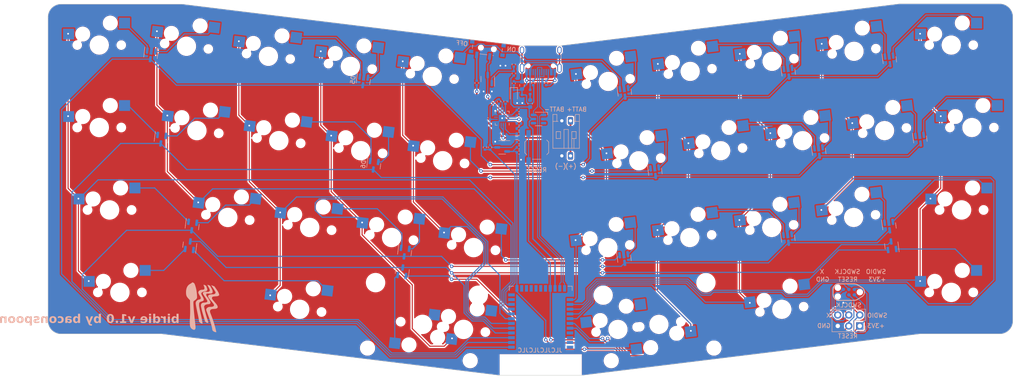
<source format=kicad_pcb>
(kicad_pcb (version 20221018) (generator pcbnew)
  (layers (0 "F.Cu" signal) (31 "B.Cu" signal) (34 "B.Paste" user) (35 "F.Paste" user) (36 "B.SilkS" user "B.Silkscreen") (37 "F.SilkS" user "F.Silkscreen") (38 "B.Mask" user) (39 "F.Mask" user) (44 "Edge.Cuts" user))
  (net 0 "")
  (net 1 "GND")
  (net 2 "+VSW")
  (net 3 "ROW 0")
  (net 4 "+3V3")
  (net 5 "Earth")
  (net 6 "ROW 1")
  (net 7 "GNDPWR")
  (net 8 "+5V")
  (net 9 "ROW 2")
  (net 10 "+BATT")
  (net 11 "Net-(MX1-ROW)")
  (net 12 "ROW 3")
  (net 13 "Net-(MX5-ROW)")
  (net 14 "Net-(MX2-ROW)")
  (net 15 "Net-(MX6-ROW)")
  (net 16 "Net-(MX3-ROW)")
  (net 17 "Net-(MX7-ROW)")
  (net 18 "Net-(MX4-ROW)")
  (net 19 "Net-(MX11-ROW)")
  (net 20 "Net-(MX8-ROW)")
  (net 21 "Net-(MX12-ROW)")
  (net 22 "Net-(MX9-ROW)")
  (net 23 "Net-(MX13-ROW)")
  (net 24 "Net-(MX10-ROW)")
  (net 25 "Net-(MX14-ROW)")
  (net 26 "Net-(MX17-ROW)")
  (net 27 "Net-(MX20-ROW)")
  (net 28 "Net-(MX18-ROW)")
  (net 29 "Net-(MX21-ROW)")
  (net 30 "Net-(MX19-ROW)")
  (net 31 "Net-(MX22-ROW)")
  (net 32 "Net-(MX16-ROW)")
  (net 33 "Net-(MX26-ROW)")
  (net 34 "Net-(MX23-ROW)")
  (net 35 "Net-(MX28-ROW)")
  (net 36 "Net-(MX24-ROW)")
  (net 37 "Net-(MX29-ROW)")
  (net 38 "Net-(MX25-ROW)")
  (net 39 "Net-(MX30-ROW)")
  (net 40 "Net-(MX32-ROW)")
  (net 41 "COL 0")
  (net 42 "COL 1")
  (net 43 "COL 2")
  (net 44 "COL 3")
  (net 45 "COL 4")
  (net 46 "COL 5")
  (net 47 "COL 6")
  (net 48 "COL 7")
  (net 49 "COL 8")
  (net 50 "COL 9")
  (net 51 "Net-(MX35-ROW)")
  (net 52 "Net-(MX33-ROW)")
  (net 53 "Net-(MX36-ROW)")
  (net 54 "Net-(MX34-ROW)")
  (net 55 "Net-(MX37-ROW)")
  (net 56 "Net-(MX31-ROW)")
  (net 57 "Net-(MX38-ROW)")
  (net 58 "Net-(F1-Pad1)")
  (net 59 "VBUS")
  (net 60 "Net-(J1-CC1)")
  (net 61 "USB_D+")
  (net 62 "USB_D-")
  (net 64 "Net-(J1-CC2)")
  (net 66 "SWO")
  (net 67 "SWDIO")
  (net 68 "RESET")
  (net 69 "SWDCLK")
  (net 74 "Net-(Q1-G)")
  (net 75 "SYSOFF")
  (net 76 "Net-(U4-TMR)")
  (net 77 "Net-(U4-TS)")
  (net 78 "Net-(U4-ILIM)")
  (net 79 "Net-(R7-Pad2)")
  (net 80 "Net-(U4-ISET)")
  (net 81 "Net-(U4-~{CHG})")
  (net 82 "Net-(SW1-A)")
  (net 83 "VSENSE")
  (footprint "MX_Only:MXOnly-1U-Hotswap" (layer "F.Cu") (at 169.069008 63.078562 7)
    (fp_text reference "MX21")
    (fp_text value "MX-NoLED")
  )
  (footprint "MX_Only:MXOnly-1U-Hotswap" (layer "F.Cu") (at 161.93662 83.147375 7)
    (fp_text reference "MX22")
    (fp_text value "MX-NoLED")
  )
  (footprint "MX_Only:MXOnly-1U-Hotswap" (layer "F.Cu") (at 112.035443 80.825768 -7)
    (fp_text reference "MX14")
    (fp_text value "MX-NoLED")
  )
  (footprint "MX_Only:MXOnly-1U-Hotswap" (layer "F.Cu") (at 245.945477 55.401707)
    (fp_text reference "MX36")
    (fp_text value "MX-NoLED")
  )
  (footprint "MX_Only:MXOnly-1U-Hotswap" (layer "F.Cu") (at 218.660635 76.182543 7)
    (fp_text reference "MX34")
    (fp_text value "MX-NoLED")
  )
  (footprint "MX_Only:MXOnly-1U-Hotswap" (layer "F.Cu") (at 83.589657 38.946935 -7)
    (fp_text reference "MX8")
    (fp_text value "MX-NoLED")
  )
  (footprint "MX_Only:MXOnly-1.5U-Hotswap" (layer "F.Cu") (at 243.564229 74.451703)
    (fp_text reference "MX37")
    (fp_text value "MX-NoLED")
  )
  (footprint "MX_Only:MXOnly-1.25U-Hotswap" (layer "F.Cu") (at 241.182978 36.351701)
    (fp_text reference "MX35")
    (fp_text value "MX-NoLED")
  )
  (footprint "MX_Only:MXOnly-1U-Hotswap" (layer "F.Cu") (at 202.074241 97.412161 7)
    (fp_text reference "MX31")
    (fp_text value "MX-NoLED")
  )
  (footprint "MX_Only:MXOnly-2U-Hotswap-ReversedStabilizers" (layer "F.Cu") (at 119.167829 100.894577 -7)
    (fp_text reference "MX16")
    (fp_text value "MX-NoLED")
  )
  (footprint "MX_Only:MXOnly-1U-Hotswap" (layer "F.Cu") (at 64.681646 36.62533 -7)
    (fp_text reference "MX5")
    (fp_text value "MX-NoLED")
  )
  (footprint "MX_Only:MXOnly-1U-Hotswap" (layer "F.Cu") (at 130.943446 83.147381 -7)
    (fp_text reference "MX19")
    (fp_text value "MX-NoLED")
  )
  (footprint "MX_Only:MXOnly-1U-Hotswap" (layer "F.Cu") (at 123.811056 63.078565 -7)
    (fp_text reference "MX18")
    (fp_text value "MX-NoLED")
  )
  (footprint "MX_Only:MXOnly-1U-Hotswap" (layer "F.Cu") (at 199.836412 40.107742 7)
    (fp_text reference "MX28")
    (fp_text value "MX-NoLED")
  )
  (footprint "MX_Only:MXOnly-1.5U-Hotswap" (layer "F.Cu") (at 49.317459 93.501706)
    (fp_text reference "MX4")
    (fp_text value "MX-NoLED")
  )
  (footprint "MX_Only:MXOnly-1U-Hotswap" (layer "F.Cu") (at 93.127441 78.504154 -7)
    (fp_text reference "MX10")
    (fp_text value "MX-NoLED")
  )
  (footprint "MX_Only:MXOnly-1.25U-Hotswap" (layer "F.Cu") (at 241.182977 93.501708)
    (fp_text reference "MX38")
    (fp_text value "MX-NoLED")
  )
  (footprint "MX_Only:MXOnly-1U-Hotswap" (layer "F.Cu") (at 199.752628 78.504158 7)
    (fp_text reference "MX30")
    (fp_text value "MX-NoLED")
  )
  (footprint "MX_Only:MXOnly-1U-Hotswap" (layer "F.Cu") (at 164.258226 102.05538 7)
    (fp_text reference "MX27")
    (fp_text value "3u POS Mount")
  )
  (footprint "MX_Only:MXOnly-1U-Hotswap" (layer "F.Cu") (at 218.744411 37.786132 7)
    (fp_text reference "MX32")
    (fp_text value "MX-NoLED")
  )
  (footprint "MX_Only:MXOnly-1U-Hotswap" (layer "F.Cu") (at 128.621837 102.055383 -7)
    (fp_text reference "MX15")
    (fp_text value "3u POS Mount")
  )
  (footprint "MX_Only:MXOnly-1U-Hotswap" (layer "F.Cu") (at 102.497664 41.26855 -7)
    (fp_text reference "MX12")
    (fp_text value "MX-NoLED")
  )
  (footprint "MX_Only:MXOnly-1U-Hotswap" (layer "F.Cu") (at 104.903049 60.756959 -7)
    (fp_text reference "MX13")
    (fp_text value "MX-NoLED")
  )
  (footprint "MX_Only:MXOnly-1U-Hotswap" (layer "F.Cu") (at 187.977011 60.756954 7)
    (fp_text reference "MX24")
    (fp_text value "MX-NoLED")
  )
  (footprint "MX_Only:MXOnly-1U-Hotswap" (layer "F.Cu") (at 162.020399 44.750969 7)
    (fp_text reference "MX20")
    (fp_text value "MX-NoLED")
  )
  (footprint "MX_Only:MXOnly-1U-Hotswap" (layer "F.Cu") (at 44.554959 36.351705)
    (fp_text reference "MX1")
    (fp_text value "MX-NoLED")
  )
  (footprint "MX_Only:MXOnly-1U-Hotswap" (layer "F.Cu") (at 85.995055 58.435348 -7)
    (fp_text reference "MX9")
    (fp_text value "MX-NoLED")
  )
  (footprint "MX_Only:MXOnly-1U-Hotswap" (layer "F.Cu") (at 180.928403 42.429357 7)
    (fp_text reference "MX23")
    (fp_text value "MX-NoLED")
  )
  (footprint "MX_Only:MXOnly-1.25U-Hotswap" (layer "F.Cu") (at 44.554962 55.401702)
    (fp_text reference "MX2")
    (fp_text value "MX-NoLED")
  )
  (footprint "MX_Only:MXOnly-1U-Hotswap" (layer "F.Cu") (at 225.793025 56.113737 7)
    (fp_text reference "MX33")
    (fp_text value "MX-NoLED")
  )
  (footprint "MX_Only:MXOnly-1U-Hotswap" (layer "F.Cu") (at 67.087051 56.113731 -7)
    (fp_text reference "MX6")
    (fp_text value "MX-NoLED")
  )
  (footprint "MX_Only:MXOnly-1U-Hotswap" (layer "F.Cu") (at 90.805827 97.412159 -7)
    (fp_text reference "MX11")
    (fp_text value "MX-NoLED")
  )
  (footprint "MX_Only:MXOnly-1U-Hotswap" (layer "F.Cu") (at 180.844624 80.825765 7)
    (fp_text reference "MX25")
    (fp_text value "MX-NoLED")
  )
  (footprint "MX_Only:MXOnly-1U-Hotswap" (layer "F.Cu") (at 74.219438 76.182539 -7)
    (fp_text reference "MX7")
    (fp_text value "MX-NoLED")
  )
  (footprint "MX_Only:MXOnly-2U-Hotswap-ReversedStabilizers" (layer "F.Cu") (at 173.712232 100.894575 7)
    (fp_text reference "MX26")
    (fp_text value "MX-NoLED")
  )
  (footprint "MX_Only:MXOnly-1.75U-Hotswap" (layer "F.Cu") (at 46.936209 74.451706)
    (fp_text reference "MX3")
    (fp_text value "MX-NoLED")
  )
  (footprint "MX_Only:MXOnly-1U-Hotswap" (layer "F.Cu") (at 206.885012 58.435346 7)
    (fp_text reference "MX29")
    (fp_text value "MX-NoLED")
  )
  (footprint "MX_Only:MXOnly-1U-Hotswap" (layer "F.Cu") (at 121.405667 43.590161 -7)
    (fp_text reference "MX17")
    (fp_text value "MX-NoLED")
  )
  (footprint "Button_Switch_SMD:SW_SPDT_PCM12" (layer "B.Cu") (at 134.082349 37.464528 -7)
    (fp_text reference "SW1" hide)
    (fp_text value "SW_SPDT")
  )
  (footprint "Resistor_SMD:R_0402_1005Metric" (layer "B.Cu") (at 141.411412 54.447373 180)
    (fp_text reference "R8" hide)
    (fp_text value "1k5")
  )
  (footprint "Package_TO_SOT_SMD:SOT-23" (layer "B.Cu") (at 172.835992 65.669727 -83)
    (fp_text reference "D9" hide)
    (fp_text value "BAV70")
  )
  (footprint "Package_TO_SOT_SMD:SOT-23" (layer "B.Cu") (at 203.519687 81.095352 -83)
    (fp_text reference "D14" hide)
    (fp_text value "BAV70")
  )
  (footprint "PCM_marbastlib-various:nRF52840_holyiot_18010" (layer "B.Cu") (at 146.440032 101.573174)
    (fp_text reference "U2" hide)
    (fp_text value "nRF52840_holyiot_18010")
  )
  (footprint "Capacitor_SMD:C_0402_1005Metric" (layer "B.Cu") (at 137.271871 56.82863 180)
    (fp_text reference "C7" hide)
    (fp_text value "4u7")
  )
  (footprint "Capacitor_SMD:C_0402_1005Metric" (layer "B.Cu") (at 141.411412 61.17817 180)
    (fp_text reference "C3" hide)
    (fp_text value "100nF")
  )
  (footprint "Capacitor_SMD:C_0402_1005Metric" (layer "B.Cu") (at 141.411414 59.98754 180)
    (fp_text reference "C2" hide)
    (fp_text value "1uF")
  )
  (footprint "Inductor_SMD:L_0402_1005Metric" (layer "B.Cu") (at 142.120032 48.348605 -90)
    (fp_text reference "FB2" hide)
    (fp_text value "BLM15PX121SN1D")
  )
  (footprint "Inductor_SMD:L_0402_1005Metric" (layer "B.Cu") (at 143.990031 47.18829 -90)
    (fp_text reference "FB1" hide)
    (fp_text value "BLM15PX121SN1D")
  )
  (footprint "Package_TO_SOT_SMD:SOT-23" (layer "B.Cu") (at 165.787362 47.34208 -83)
    (fp_text reference "D8" hide)
    (fp_text value "BAV70")
  )
  (footprint "Fuse:Fuse_0603_1608Metric" (layer "B.Cu") (at 143.990031 49.867203 -90)
    (fp_text reference "F1" hide)
    (fp_text value "0603L075SLYR")
  )
  (footprint "Package_TO_SOT_SMD:SOT-23" (layer "B.Cu") (at 65.443806 82.655645 83)
    (fp_text reference "D4" hide)
    (fp_text value "BAV70")
  )
  (footprint "Package_TO_SOT_SMD:SOT-23" (layer "B.Cu") (at 134.208376 44.208973 90)
    (fp_text reference "Q1" hide)
    (fp_text value "2N7002")
  )
  (footprint "Capacitor_SMD:C_0402_1005Metric" (layer "B.Cu") (at 141.411413 58.794161 180)
    (fp_text reference "C1" hide)
    (fp_text value "1uF")
  )
  (footprint "Package_TO_SOT_SMD:SOT-23-3" (layer "B.Cu") (at 137.541872 59.987544 180)
    (fp_text reference "U3" hide)
    (fp_text value "XC6206P332MR\n")
  )
  (footprint "Package_TO_SOT_SMD:SOT-23" (layer "B.Cu") (at 226.943093 39.833103 -83)
    (fp_text reference "D15" hide)
    (fp_text value "BAV70")
  )
  (footprint "Capacitor_SMD:C_0402_1005Metric" (layer "B.Cu") (at 140.220783 45.204696 -90)
    (fp_text reference "C4" hide)
    (fp_text value "100n")
  )
  (footprint "Package_TO_SOT_SMD:SOT-23" (layer "B.Cu") (at 58.855528 58.155211 -97)
    (fp_text reference "D2" hide)
    (fp_text value "BAV70")
  )
  (footprint "Resistor_SMD:R_0603_1608Metric" (layer "B.Cu") (at 142.120031 45.669692 -90)
    (fp_text reference "R3" hide)
    (fp_text value "1M")
  )
  (footprint "Package_TO_SOT_SMD:SOT-23" (layer "B.Cu") (at 107.897512 64.176808 -97)
    (fp_text reference "D6")
    (fp_text value "BAV70")
  )
  (footprint "Package_TO_SOT_SMD:SOT-23" (layer "B.Cu") (at 105.49212 44.688353 -97)
    (fp_text reference "D5")
    (fp_text value "BAV70")
  )
  (footprint "Resistor_SMD:R_0402_1005Metric" (layer "B.Cu") (at 141.411415 52.661432 180)
    (fp_text reference "R4" hide)
    (fp_text value "47k")
  )
  (footprint "Resistor_SMD:R_0402_1005Metric" (layer "B.Cu") (at 131.674847 45.101941 90)
    (fp_text reference "R10" hide)
    (fp_text value "100k")
  )
  (footprint "Connector_JST:JST_PH_S2B-PH-K_1x02_P2.00mm_Horizontal" (layer "B.Cu") (at 153.306793 53.844724 180)
    (fp_text reference "J4" hide)
    (fp_text value "Battery")
  )
  (footprint "Resistor_SMD:R_0402_1005Metric" (layer "B.Cu") (at 140.220782 42.900158 90)
    (fp_text reference "R11" hide)
    (fp_text value "100")
  )
  (footprint "Capacitor_SMD:C_0402_1005Metric" (layer "B.Cu") (at 134.265029 53.506745 180)
    (fp_text reference "C6" hide)
    (fp_text value "4u7")
  )
  (footprint "PCM_marbastlib-various:CON_TC2030_outlined" (layer "B.Cu") (at 217.546235 93.43955 180)
    (fp_text reference "J2" hide)
    (fp_text value "TC2030_SWD")
  )
  (footprint "Package_TO_SOT_SMD:SOT-23" (layer "B.Cu") (at 65.987935 78.22407 -97)
    (fp_text reference "D3" hide)
    (fp_text value "BAV70")
  )
  (footprint "Package_TO_SOT_SMD:SOT-23" (layer "B.Cu") (at 227.403442 82.661182 97)
    (fp_text reference "D18" hide)
    (fp_text value "BAV70")
  )
  (footprint "Connector_JST:JST_PH_S2B-PH-K_1x02_P2.00mm_Horizontal" (layer "B.Cu") (at 152.306793 61.950206 180)
    (fp_text reference "J5" hide)
    (fp_text value "Battery" hide)
  )
  (footprint "Package_TO_SOT_SMD:SOT-23" (layer "B.Cu") (at 115.029923 84.245672 -97)
    (fp_text reference "D7" hide)
    (fp_text value "BAV70")
  )
  (footprint "Resistor_SMD:R_0402_1005Metric" (layer "B.Cu") (at 141.411412 55.638001 180)
    (fp_text reference "R7" hide)
    (fp_text value "1k5")
  )
  (footprint "Package_TO_SOT_SMD:SOT-23" (layer "B.Cu") (at 233.991722 58.160746 -83)
    (fp_text reference "D16" hide)
    (fp_text value "BAV70")
  )
  (footprint "Birdie:baconspoon-logo-13x14mm" (layer "B.Cu") (at 68.163453 97.036182 180)
    (fp_text reference "G1" hide)
    (fp_text value "LOGO" hide)
  )
  (footprint "Resistor_SMD:R_0402_1005Metric" (layer "B.Cu") (at 133.554402 59.987543 90)
    (fp_text reference "R14" hide)
    (fp_text value "2MΩ")
  )
  (footprint "Package_DFN_QFN:VQFN-16-1EP_3x3mm_P0.5mm_EP1.6x1.6mm" (layer "B.Cu") (at 137.541871 53.256745 90)
    (fp_text reference "U4" hide)
    (fp_text value "BQ24075RGT")
  )
  (footprint "Resistor_SMD:R_0402_1005Metric" (layer "B.Cu") (at 141.411413 56.828628)
    (fp_text reference "R5" hide)
    (fp_text value "10k")
  )
  (footprint "Diode_SMD:D_SOD-323" (layer "B.Cu") (at 140.220784 47.783606 -90)
    (fp_text reference "D19" hide)
    (fp_text value "BSD3C051V")
  )
  (footprint "Package_TO_SOT_SMD:SOT-23" (layer "B.Cu") (at 226.859313 78.229608 -83)
    (fp_text reference "D17" hide)
    (fp_text value "BAV70")
  )
  (footprint "PCM_marbastlib-various:SOT-23-6-routable" (layer "B.Cu") (at 145.940032 53.43909 180)
    (fp_text reference "U1" hide)
    (fp_text value "SRV05-4")
  )
  (footprint "Resistor_SMD:R_0402_1005Metric" (layer "B.Cu") (at 136.791871 49.387204 90)
    (fp_text reference "R9" hide)
    (fp_text value "1k5")
  )
  (footprint "Connector_USB:USB_C_Receptacle_HRO_TYPE-C-31-M-12" (layer "B.Cu") (at 146.440031 38.556238)
    (fp_text reference "J1" hide)
    (fp_text value "USB_C_Receptacle_USB2.0")
  )
  (footprint "Resistor_SMD:R_0402_1005Metric" (layer "B.Cu") (at 138.291871 49.387204 -90)
    (fp_text reference "R6" hide)
    (fp_text value "1k5")
  )
  (footprint "Button_Switch_SMD:SW_SPST_TL3342" (layer "B.Cu") (at 145.519342 59.987544 -90)
    (fp_text reference "SW2" hide)
    (fp_text value "RESET")
  )
  (footprint "Package_TO_SOT_SMD:SOT-23" (layer "B.Cu") (at 203.603466 42.698846 -83)
    (fp_text reference "D12" hide)
    (fp_text value "BAV70")
  )
  (footprint "Resistor_SMD:R_0402_1005Metric" (layer "B.Cu") (at 144.685639 45.104691 -90)
    (fp_text reference "R1" hide)
    (fp_text value "5k1")
  )
  (footprint "Resistor_SMD:R_0402_1005Metric" (layer "B.Cu") (at 134.74503 59.987543 -90)
    (fp_text reference "R12" hide)
    (fp_text value "806kΩ")
  )
  (footprint "Package_TO_SOT_SMD:SOT-23" (layer "B.Cu") (at 165.703583 85.738587 -83)
    (fp_text reference "D10" hide)
    (fp_text value "BAV70")
  )
  (footprint "Package_TO_SOT_SMD:SOT-23" (layer "B.Cu") (at 114.486566 88.677336 83)
    (fp_text reference "D11" hide)
    (fp_text value "BAV70")
  )
  (footprint "Resistor_SMD:R_0402_1005Metric" (layer "B.Cu") (at 140.220783 40.816559 90)
    (fp_text reference "R13" hide)
    (fp_text value "10k")
  )
  (footprint "Package_TO_SOT_SMD:SOT-23" (layer "B.Cu") (at 210.652096 61.026492 -83)
    (fp_text reference "D13" hide)
    (fp_text value "BAV70")
  )
  (footprint "Capacitor_SMD:C_0402_1005Metric" (layer "B.Cu") (at 141.411412 51.355488)
    (fp_text reference "C5" hide)
    (fp_text value "4u7")
  )
  (footprint "Resistor_SMD:R_0402_1005Metric" (layer "B.Cu") (at 147.690032 45.104695 -90)
    (fp_text reference "R2" hide)
    (fp_text value "5k1")
  )
  (footprint "Package_TO_SOT_SMD:SOT-23" (layer "B.Cu") (at 56.45013 38.666754 -97)
    (fp_text reference "D1" hide)
    (fp_text value "BAV70")
  )
  (footprint "Connector_PinHeader_2.54mm:PinHeader_2x03_P2.54mm_Vertical" (layer "B.Cu") (at 220.071235 101.263004 90)
    (fp_text reference "J3" hide)
    (fp_text value "Conn_02x03_Counter_Clockwise")
  )
  (gr_line (start 229.198051 26.826703) (end 252.391798 26.826704) (stroke (width 0.1)) (layer "Edge.Cuts"))
  (gr_arc (start 255.391802 100.093545) (mid 254.513124 102.214872) (end 252.3918 103.093544) (stroke (width 0.1)) (layer "Edge.Cuts"))
  (gr_line (start 35.725764 103.093545) (end 58.919514 103.093545) (stroke (width 0.1)) (layer "Edge.Cuts"))
  (gr_line (start 35.725764 26.893545) (end 63.682013 26.893546) (stroke (width 0.1)) (layer "Edge.Cuts"))
  (gr_line (start 151.202535 36.470193) (end 229.198051 26.826703) (stroke (width 0.1)) (layer "Edge.Cuts"))
  (gr_line (start 255.3918 29.826705) (end 255.391802 100.093545) (stroke (width 0.1)) (layer "Edge.Cuts"))
  (gr_arc (start 32.725768 29.893545) (mid 33.604446 27.77222) (end 35.725764 26.893545) (stroke (width 0.1)) (layer "Edge.Cuts"))
  (gr_line (start 141.677534 36.47019) (end 151.202534 36.470189) (stroke (width 0.1)) (layer "Edge.Cuts"))
  (gr_line (start 155.965034 112.670191) (end 233.960548 103.093544) (stroke (width 0.1)) (layer "Edge.Cuts"))
  (gr_line (start 141.677534 36.47019) (end 63.682013 26.893546) (stroke (width 0.1)) (layer "Edge.Cuts"))
  (gr_line (start 252.3918 103.093544) (end 233.960548 103.093544) (stroke (width 0.1)) (layer "Edge.Cuts"))
  (gr_arc (start 35.725764 103.093545) (mid 33.6044 102.214888) (end 32.725765 100.093542) (stroke (width 0.1)) (layer "Edge.Cuts"))
  (gr_line (start 136.91503 112.67019) (end 58.919514 103.093545) (stroke (width 0.1)) (layer "Edge.Cuts"))
  (gr_line (start 32.725768 29.893545) (end 32.725765 100.093543) (stroke (width 0.1)) (layer "Edge.Cuts"))
  (gr_arc (start 252.391798 26.826704) (mid 254.513098 27.705388) (end 255.3918 29.826705) (stroke (width 0.1)) (layer "Edge.Cuts"))
  (gr_line (start 136.91503 112.67019) (end 155.965034 112.670191) (stroke (width 0.1)) (layer "Edge.Cuts"))
  (gr_text "GND" (at 213.420069 101.798694) (layer "B.SilkS") (effects (font (size 1 1) (thickness 0.153)) (justify left bottom mirror)))
  (gr_text "RESET" (at 219.670866 104.17995) (layer "B.SilkS") (effects (font (size 1 1) (thickness 0.153)) (justify left bottom mirror)))
  (gr_text "SWDIO" (at 226.516977 99.417438) (layer "B.SilkS") (effects (font (size 1 1) (thickness 0.153)) (justify left bottom mirror)))
  (gr_text "SWDCLK" (at 220.563837 97.036182) (layer "B.SilkS") (effects (font (size 1 1) (thickness 0.153)) (justify left bottom mirror)))
  (gr_text "JLCJLCJLCJLC" (at 151.507413 107.454177) (layer "B.SilkS") (effects (font (size 1 1) (thickness 0.153)) (justify left bottom mirror)))
  (gr_text "birdie v1.0 by baconspoon" (at 63.103284 100.905723) (layer "B.SilkS") (effects (font (size 2 2) (thickness 0.4) bold italic) (justify left bottom mirror)))
  (gr_text "+3V3" (at 225.921663 101.798694) (layer "B.SilkS") (effects (font (size 1 1) (thickness 0.153)) (justify left bottom mirror)))
  (gr_text "X" (at 213.420069 99.417438) (layer "B.SilkS") (effects (font (size 1 1) (thickness 0.153)) (justify left bottom mirror)))
  (via (at 135.935658 51.532212) (size 0.8) (drill 0.4) (layers "F.Cu" "B.Cu") (net 1))
  (via (at 216.276235 95.882944) (size 0.8) (drill 0.4) (layers "F.Cu" "B.Cu") (net 1))
  (via (at 141.888798 62.843177) (size 0.8) (drill 0.4) (layers "F.Cu" "B.Cu") (net 1))
  (via (at 137.541871 53.256745) (size 0.8) (drill 0.4) (layers "F.Cu" "B.Cu") (net 1))
  (via (at 135.935658 58.675979) (size 0.8) (drill 0.4) (layers "F.Cu" "B.Cu") (net 1))
  (via (at 142.186455 49.746269) (size 0.8) (drill 0.4) (layers "F.Cu" "B.Cu") (net 1))
  (via (at 135.158375 47.067356) (size 0.8) (drill 0.4) (layers "F.Cu" "B.Cu") (net 1))
  (via (at 133.256745 47.067356) (size 0.8) (drill 0.4) (layers "F.Cu" "B.Cu") (net 1))
  (via (at 138.316914 41.114217) (size 0.8) (drill 0.4) (layers "F.Cu" "B.Cu") (net 1))
  (via (at 140.995826 49.746269) (size 0.8) (drill 0.4) (layers "F.Cu" "B.Cu") (net 1))
  (via (at 137.126286 41.114217) (size 0.8) (drill 0.4) (layers "F.Cu" "B.Cu") (net 1))
  (segment (start 136.404372 59.987543) (end 135.25503 59.987544) (width 0.25) (layer "B.Cu") (net 2))
  (segment (start 134.74503 50.506906) (end 136.374732 48.877204) (width 0.25) (layer "B.Cu") (net 2))
  (segment (start 136.374732 48.877204) (end 136.791871 48.877205) (width 0.25) (layer "B.Cu") (net 2))
  (segment (start 137.541872 49.627202) (end 136.791871 48.877205) (width 0.25) (layer "B.Cu") (net 2))
  (segment (start 137.791872 50.82783) (end 137.541874 50.577833) (width 0.25) (layer "B.Cu") (net 2))
  (segment (start 136.40437 59.987541) (end 139.738035 59.987543) (width 0.25) (layer "B.Cu") (net 2))
  (segment (start 139.738035 59.987543) (end 140.931414 58.794165) (width 0.25) (layer "B.Cu") (net 2))
  (segment (start 137.291874 51.819247) (end 137.291871 50.827831) (width 0.25) (layer "B.Cu") (net 2))
  (segment (start 134.74503 59.477543) (end 134.74503 53.506745) (width 0.25) (layer "B.Cu") (net 2))
  (segment (start 137.791869 51.819245) (end 137.791872 50.82783) (width 0.25) (layer "B.Cu") (net 2))
  (segment (start 134.74503 53.506745) (end 134.74503 50.506906) (width 0.25) (layer "B.Cu") (net 2))
  (segment (start 137.291871 50.827831) (end 137.541874 50.577833) (width 0.25) (layer "B.Cu") (net 2))
  (segment (start 135.25503 59.987544) (end 134.74503 59.477543) (width 0.25) (layer "B.Cu") (net 2))
  (segment (start 137.541874 50.577833) (end 137.541872 49.627202) (width 0.25) (layer "B.Cu") (net 2))
  (segment (start 134.74503 53.506745) (end 136.104371 53.506745) (width 0.25) (layer "B.Cu") (net 2))
  (segment (start 134.797588 63.971507) (end 156.228893 63.971507) (width 0.25) (layer "F.Cu") (net 3))
  (via (at 156.228893 63.971507) (size 0.8) (drill 0.4) (layers "F.Cu" "B.Cu") (net 3))
  (via (at 134.797588 63.971507) (size 0.8) (drill 0.4) (layers "F.Cu" "B.Cu") (net 3))
  (segment (start 120.061833 45.618864) (end 132.732644 58.289675) (width 0.25) (layer "B.Cu") (net 3))
  (segment (start 157.717178 56.457028) (end 165.901615 48.272591) (width 0.25) (layer "B.Cu") (net 3))
  (segment (start 62.357475 45.618865) (end 105.377867 45.618864) (width 0.25) (layer "B.Cu") (net 3))
  (segment (start 47.550455 39.597267) (end 35.869962 51.277759) (width 0.25) (layer "B.Cu") (net 3))
  (segment (start 199.074486 48.272591) (end 203.717719 43.629358) (width 0.25) (layer "B.Cu") (net 3))
  (segment (start 165.97852 48.272591) (end 199.074486 48.272591) (width 0.25) (layer "B.Cu") (net 3))
  (segment (start 56.335876 39.597266) (end 62.357475 45.618865) (width 0.25) (layer "B.Cu") (net 3))
  (segment (start 126.89798 108.402164) (end 129.12697 106.173174) (width 0.25) (layer "B.Cu") (net 3))
  (segment (start 35.869962 89.249013) (end 47.302008 100.681059) (width 0.25) (layer "B.Cu") (net 3))
  (segment (start 157.717178 62.483222) (end 157.717178 56.457028) (width 0.25) (layer "B.Cu") (net 3))
  (segment (start 35.869962 51.277759) (end 35.869962 89.249013) (width 0.25) (layer "B.Cu") (net 3))
  (segment (start 47.302008 100.681059) (end 103.971041 100.681059) (width 0.25) (layer "B.Cu") (net 3))
  (segment (start 111.692145 108.402164) (end 126.89798 108.402164) (width 0.25) (layer "B.Cu") (net 3))
  (segment (start 132.732644 61.906562) (end 134.797588 63.971507) (width 0.25) (layer "B.Cu") (net 3))
  (segment (start 156.228893 63.971507) (end 157.717178 62.483222) (width 0.25) (layer "B.Cu") (net 3))
  (segment (start 105.377867 45.618864) (end 120.061833 45.618864) (width 0.25) (layer "B.Cu") (net 3))
  (segment (start 224.191603 43.629358) (end 227.057347 40.763615) (width 0.25) (layer "B.Cu") (net 3))
  (segment (start 132.732644 58.289675) (end 132.732644 61.906562) (width 0.25) (layer "B.Cu") (net 3))
  (segment (start 129.12697 106.173174) (end 139.690032 106.173173) (width 0.25) (layer "B.Cu") (net 3))
  (segment (start 103.971041 100.681059) (end 111.692145 108.402164) (width 0.25) (layer "B.Cu") (net 3))
  (segment (start 203.717719 43.629358) (end 224.191603 43.629358) (width 0.25) (layer "B.Cu") (net 3))
  (segment (start 56.335876 39.597266) (end 47.550455 39.597267) (width 0.25) (layer "B.Cu") (net 3))
  (segment (start 147.59684 104.45286) (end 148.32184 105.177859) (width 0.25) (layer "F.Cu") (net 4))
  (segment (start 156.081044 105.177859) (end 157.424015 106.52083) (width 0.25) (layer "F.Cu") (net 4))
  (segment (start 216.860605 104.473634) (end 220.071235 101.263004) (width 0.25) (layer "F.Cu") (net 4))
  (segment (start 163.531444 106.52083) (end 166.481871 109.471258) (width 0.25) (layer "F.Cu") (net 4))
  (segment (start 183.923227 106.17632) (end 185.625913 104.473635) (width 0.25) (layer "F.Cu") (net 4))
  (segment (start 185.625913 104.473635) (end 216.860605 104.473634) (width 0.25) (layer "F.Cu") (net 4))
  (segment (start 157.424015 106.52083) (end 163.531444 106.52083) (width 0.25) (layer "F.Cu") (net 4))
  (segment (start 176.441036 106.17632) (end 183.923227 106.17632) (width 0.25) (layer "F.Cu") (net 4))
  (segment (start 173.146098 109.471258) (end 176.441036 106.17632) (width 0.25) (layer "F.Cu") (net 4))
  (segment (start 148.32184 105.177859) (end 156.081044 105.177859) (width 0.25) (layer "F.Cu") (net 4))
  (segment (start 166.481871 109.471258) (end 173.146098 109.471258) (width 0.25) (layer "F.Cu") (net 4))
  (via (at 147.59684 104.45286) (size 0.8) (drill 0.4) (layers "F.Cu" "B.Cu") (net 4))
  (segment (start 140.940032 93.331197) (end 147.59684 99.988004) (width 0.25) (layer "B.Cu") (net 4))
  (segment (start 140.690784 60.937542) (end 140.931412 61.178171) (width 0.25) (layer "B.Cu") (net 4))
  (segment (start 221.246235 96.504551) (end 218.816234 94.07455) (width 0.25) (layer "B.Cu") (net 4))
  (segment (start 221.246235 100.088004) (end 221.246235 96.504551) (width 0.25) (layer "B.Cu") (net 4))
  (segment (start 139.981415 60.937542) (end 140.931412 59.987544) (width 0.25) (layer "B.Cu") (net 4))
  (segment (start 138.679372 60.937542) (end 140.690784 60.937542) (width 0.25) (layer "B.Cu") (net 4))
  (segment (start 140.940032 92.573173) (end 140.940032 93.331197) (width 0.25) (layer "B.Cu") (net 4))
  (segment (start 140.940033 61.18679) (end 140.940033 92.573176) (width 0.25) (layer "B.Cu") (net 4))
  (segment (start 138.679372 60.937542) (end 139.981415 60.937542) (width 0.25) (layer "B.Cu") (net 4))
  (segment (start 220.071235 101.263004) (end 221.246235 100.088004) (width 0.25) (layer "B.Cu") (net 4))
  (segment (start 147.59684 99.988004) (end 147.59684 104.45286) (width 0.25) (layer "B.Cu") (net 4))
  (segment (start 150.760031 41.686237) (end 150.760031 37.506237) (width 0.3) (layer "F.Cu") (net 5))
  (segment (start 142.120031 41.686239) (end 142.120031 37.506239) (width 0.3) (layer "F.Cu") (net 5))
  (segment (start 142.120031 41.686239) (end 142.120033 44.844692) (width 0.3) (layer "B.Cu") (net 5))
  (segment (start 142.120033 44.844692) (end 140.340785 44.844693) (width 0.3) (layer "B.Cu") (net 5))
  (segment (start 142.120031 41.560934) (end 143.249723 40.431238) (width 0.3) (layer "B.Cu") (net 5))
  (segment (start 143.249723 40.431238) (end 149.630337 40.431238) (width 0.3) (layer "B.Cu") (net 5))
  (segment (start 149.630337 40.431238) (end 150.760031 41.560932) (width 0.3) (layer "B.Cu") (net 5))
  (segment (start 134.797589 66.948077) (end 156.228892 66.948077) (width 0.25) (layer "F.Cu") (net 6))
  (via (at 156.228892 66.948077) (size 0.8) (drill 0.4) (layers "F.Cu" "B.Cu") (net 6))
  (via (at 134.797589 66.948077) (size 0.8) (drill 0.4) (layers "F.Cu" "B.Cu") (net 6))
  (segment (start 64.762872 65.10732) (end 107.78326 65.10732) (width 0.25) (layer "B.Cu") (net 6))
  (segment (start 172.950245 66.600239) (end 206.123115 66.60024) (width 0.25) (layer "B.Cu") (net 6))
  (segment (start 210.76635 61.957005) (end 231.240229 61.957004) (width 0.25) (layer "B.Cu") (net 6))
  (segment (start 111.878541 107.952163) (end 104.157436 100.231059) (width 0.25) (layer "B.Cu") (net 6))
  (segment (start 109.624017 66.948078) (end 134.797589 66.948077) (width 0.25) (layer "B.Cu") (net 6))
  (segment (start 231.240229 61.957004) (end 234.105975 59.091259) (width 0.25) (layer "B.Cu") (net 6))
  (segment (start 58.741274 59.085723) (end 64.762872 65.10732) (width 0.25) (layer "B.Cu") (net 6))
  (segment (start 38.251209 70.336705) (end 38.251208 90.993864) (width 0.25) (layer "B.Cu") (net 6))
  (segment (start 206.123115 66.60024) (end 210.76635 61.957005) (width 0.25) (layer "B.Cu") (net 6))
  (segment (start 156.228892 66.948077) (end 172.602407 66.948077) (width 0.25) (layer "B.Cu") (net 6))
  (segment (start 126.711584 107.952164) (end 129.590574 105.073174) (width 0.25) (layer "B.Cu") (net 6))
  (segment (start 172.602407 66.948077) (end 172.950245 66.600239) (width 0.25) (layer "B.Cu") (net 6))
  (segment (start 58.741274 59.085723) (end 49.502192 59.085723) (width 0.25) (layer "B.Cu") (net 6))
  (segment (start 129.590574 105.073174) (end 139.690032 105.073173) (width 0.25) (layer "B.Cu") (net 6))
  (segment (start 107.78326 65.10732) (end 109.624017 66.948078) (width 0.25) (layer "B.Cu") (net 6))
  (segment (start 47.488404 100.23106) (end 104.157436 100.231059) (width 0.25) (layer "B.Cu") (net 6))
  (segment (start 111.878541 107.952163) (end 126.711584 107.952164) (width 0.25) (layer "B.Cu") (net 6))
  (segment (start 38.251208 90.993864) (end 47.488404 100.23106) (width 0.25) (layer "B.Cu") (net 6))
  (segment (start 49.502192 59.085723) (end 38.251209 70.336705) (width 0.25) (layer "B.Cu") (net 6))
  (segment (start 143.197354 44.509379) (end 149.685994 44.50938) (width 0.3) (layer "F.Cu") (net 7))
  (via (at 149.690034 44.509378) (size 0.8) (drill 0.4) (layers "F.Cu" "B.Cu") (net 7))
  (via (at 143.197354 44.509379) (size 0.8) (drill 0.4) (layers "F.Cu" "B.Cu") (net 7))
  (segment (start 140.220784 45.684693) (end 140.220785 46.733605) (width 0.3) (layer "B.Cu") (net 7))
  (segment (start 142.979698 47.863606) (end 143.165032 48.048938) (width 0.3) (layer "B.Cu") (net 7))
  (segment (start 143.165031 49.534037) (end 143.498197 49.867206) (width 0.3) (layer "B.Cu") (net 7))
  (segment (start 147.690031 45.614691) (end 148.58068 45.614692) (width 0.25) (layer "B.Cu") (net 7))
  (segment (start 144.815031 49.53404) (end 144.815031 45.744084) (width 0.3) (layer "B.Cu") (net 7))
  (segment (start 144.815031 45.744084) (end 144.68564 45.614694) (width 0.3) (layer "B.Cu") (net 7))
  (segment (start 144.481866 49.867205) (end 144.815031 49.53404) (width 0.3) (layer "B.Cu") (net 7))
  (segment (start 143.190031 42.601238) (end 143.190031 44.502058) (width 0.3) (layer "B.Cu") (net 7))
  (segment (start 148.58068 45.614692) (end 149.690032 44.50534) (width 0.25) (layer "B.Cu") (net 7))
  (segment (start 143.165032 48.048938) (end 143.165031 49.534037) (width 0.3) (layer "B.Cu") (net 7))
  (segment (start 140.220785 46.733605) (end 141.881118 46.733607) (width 0.3) (layer "B.Cu") (net 7))
  (segment (start 142.120033 47.863605) (end 142.979698 47.863606) (width 0.3) (layer "B.Cu") (net 7))
  (segment (start 143.197354 45.417369) (end 142.120031 46.494692) (width 0.3) (layer "B.Cu") (net 7))
  (segment (start 143.498197 49.867206) (end 144.481866 49.867205) (width 0.3) (layer "B.Cu") (net 7))
  (segment (start 143.197354 44.509379) (end 143.197354 45.417369) (width 0.3) (layer "B.Cu") (net 7))
  (segment (start 149.690032 44.50534) (end 149.690031 42.60124) (width 0.3) (layer "B.Cu") (net 7))
  (segment (start 142.120033 47.863605) (end 142.120031 46.494692) (width 0.3) (layer "B.Cu") (net 7))
  (segment (start 143.190031 44.502058) (end 143.197354 44.509379) (width 0.3) (layer "B.Cu") (net 7))
  (segment (start 143.790032 52.846196) (end 144.382925 53.439089) (width 0.3) (layer "B.Cu") (net 8))
  (segment (start 140.230627 50.654703) (end 139.560783 49.984859) (width 0.3) (layer "B.Cu") (net 8))
  (segment (start 149.740032 92.573174) (end 149.740032 86.232101) (width 0.3) (layer "B.Cu") (net 8))
  (segment (start 144.62637 55.758068) (end 144.62637 81.118439) (width 0.3) (layer "B.Cu") (net 8))
  (segment (start 149.740032 86.232101) (end 144.62637 81.118439) (width 0.3) (layer "B.Cu") (net 8))
  (segment (start 144.382925 53.439089) (end 143.790032 54.031982) (width 0.3) (layer "B.Cu") (net 8))
  (segment (start 139.560783 44.070158) (end 140.220783 43.410158) (width 0.3) (layer "B.Cu") (net 8))
  (segment (start 143.790032 54.92173) (end 144.62637 55.758068) (width 0.3) (layer "B.Cu") (net 8))
  (segment (start 143.790032 50.854702) (end 143.790032 52.846196) (width 0.3) (layer "B.Cu") (net 8))
  (segment (start 139.780156 52.506746) (end 140.931413 51.355491) (width 0.25) (layer "B.Cu") (net 8))
  (segment (start 139.560783 49.984859) (end 139.560783 44.070158) (width 0.3) (layer "B.Cu") (net 8))
  (segment (start 138.979371 52.506746) (end 139.780156 52.506746) (width 0.25) (layer "B.Cu") (net 8))
  (segment (start 140.931412 51.34788) (end 141.624588 50.654702) (width 0.25) (layer "B.Cu") (net 8))
  (segment (start 140.230627 50.654703) (end 143.990032 50.654703) (width 0.3) (layer "B.Cu") (net 8))
  (segment (start 143.790032 54.031982) (end 143.790032 54.92173) (width 0.3) (layer "B.Cu") (net 8))
  (segment (start 125.867879 87.48641) (end 160.693748 87.48641) (width 0.25) (layer "F.Cu") (net 9))
  (via (at 125.867879 87.48641) (size 0.8) (drill 0.4) (layers "F.Cu" "B.Cu") (net 9))
  (via (at 160.693748 87.48641) (size 0.8) (drill 0.4) (layers "F.Cu" "B.Cu") (net 9))
  (segment (start 65.873682 79.154582) (end 71.895284 85.176183) (width 0.25) (layer "B.Cu") (net 9))
  (segment (start 71.895284 85.176183) (end 114.91567 85.176183) (width 0.25) (layer "B.Cu") (net 9))
  (segment (start 65.873682 79.154582) (end 50.864585 79.154581) (width 0.25) (layer "B.Cu") (net 9))
  (segment (start 126.525188 107.502163) (end 130.054178 103.973173) (width 0.25) (layer "B.Cu") (net 9))
  (segment (start 50.864585 79.154581) (end 40.63246 89.386706) (width 0.25) (layer "B.Cu") (net 9))
  (segment (start 165.000525 87.48641) (end 160.693748 87.48641) (width 0.25) (layer "B.Cu") (net 9))
  (segment (start 165.817836 86.669099) (end 165.000525 87.48641) (width 0.25) (layer "B.Cu") (net 9))
  (segment (start 114.91567 85.176183) (end 123.557652 85.176183) (width 0.25) (layer "B.Cu") (net 9))
  (segment (start 47.6748 99.781059) (end 104.343833 99.781059) (width 0.25) (layer "B.Cu") (net 9))
  (segment (start 224.107822 82.025864) (end 226.973566 79.16012) (width 0.25) (layer "B.Cu") (net 9))
  (segment (start 123.557652 85.176183) (end 125.867879 87.48641) (width 0.25) (layer "B.Cu") (net 9))
  (segment (start 165.817836 86.669099) (end 198.990704 86.669099) (width 0.25) (layer "B.Cu") (net 9))
  (segment (start 40.632459 92.738719) (end 47.6748 99.781059) (width 0.25) (layer "B.Cu") (net 9))
  (segment (start 104.343833 99.781059) (end 112.064937 107.502163) (width 0.25) (layer "B.Cu") (net 9))
  (segment (start 130.054178 103.973173) (end 139.690032 103.973174) (width 0.25) (layer "B.Cu") (net 9))
  (segment (start 112.064937 107.502163) (end 126.525188 107.502163) (width 0.25) (layer "B.Cu") (net 9))
  (segment (start 198.990704 86.669099) (end 203.633939 82.025864) (width 0.25) (layer "B.Cu") (net 9))
  (segment (start 40.63246 89.386706) (end 40.632459 92.738719) (width 0.25) (layer "B.Cu") (net 9))
  (segment (start 203.633939 82.025864) (end 224.107822 82.025864) (width 0.25) (layer "B.Cu") (net 9))
  (segment (start 131.674848 51.665986) (end 131.674848 47.067356) (width 0.4) (layer "F.Cu") (net 10))
  (segment (start 150.779372 57.783008) (end 153.306792 55.255588) (width 0.4) (layer "F.Cu") (net 10))
  (segment (start 137.791871 57.783009) (end 131.674848 51.665986) (width 0.4) (layer "F.Cu") (net 10))
  (segment (start 153.306792 55.255588) (end 153.306793 53.844724) (width 0.4) (layer "F.Cu") (net 10))
  (segment (start 150.779372 57.783008) (end 153.306792 60.310428) (width 0.4) (layer "F.Cu") (net 10))
  (segment (start 137.791871 57.783009) (end 150.779372 57.783008) (width 0.4) (layer "F.Cu") (net 10))
  (segment (start 153.306792 60.310428) (end 153.306793 61.950207) (width 0.4) (layer "F.Cu") (net 10))
  (via (at 131.674848 47.067356) (size 0.8) (drill 0.4) (layers "F.Cu" "B.Cu") (net 10))
  (via (at 137.791871 57.783009) (size 0.8) (drill 0.4) (layers "F.Cu" "B.Cu") (net 10))
  (segment (start 137.791871 54.694245) (end 137.791871 57.783009) (width 0.25) (layer "B.Cu") (net 10))
  (segment (start 137.291871 55.429082) (end 137.791873 55.929082) (width 0.25) (layer "B.Cu") (net 10))
  (segment (start 131.674848 45.611942) (end 131.674848 47.067356) (width 0.4) (layer "B.Cu") (net 10))
  (segment (start 137.291871 54.694246) (end 137.291871 55.429082) (width 0.25) (layer "B.Cu") (net 10))
  (segment (start 55.621464 36.496209) (end 55.621464 37.620466) (width 0.25) (layer "B.Cu") (net 11))
  (segment (start 50.396958 31.271704) (end 55.621464 36.496209) (width 0.25) (layer "B.Cu") (net 11))
  (segment (start 125.867878 88.974696) (end 160.693748 88.974695) (width 0.25) (layer "F.Cu") (net 12))
  (via (at 125.867878 88.974696) (size 0.8) (drill 0.4) (layers "F.Cu" "B.Cu") (net 12))
  (via (at 160.693748 88.974695) (size 0.8) (drill 0.4) (layers "F.Cu" "B.Cu") (net 12))
  (segment (start 125.867878 88.974696) (end 128.753976 91.860792) (width 0.25) (layer "B.Cu") (net 12))
  (segment (start 160.791113 88.87733) (end 209.397939 88.87733) (width 0.25) (layer "B.Cu") (net 12))
  (segment (start 135.951807 102.873173) (end 139.690031 102.873173) (width 0.25) (layer "B.Cu") (net 12))
  (segment (start 73.829528 87.746825) (end 114.600818 87.746824) (width 0.25) (layer "B.Cu") (net 12))
  (segment (start 133.187971 100.109337) (end 135.951807 102.873173) (width 0.25) (layer "B.Cu") (net 12))
  (segment (start 215.799405 82.475864) (end 226.543995 82.475864) (width 0.25) (layer "B.Cu") (net 12))
  (segment (start 128.753976 91.860792) (end 128.753976 98.239216) (width 0.25) (layer "B.Cu") (net 12))
  (segment (start 160.693748 88.974695) (end 160.791113 88.87733) (width 0.25) (layer "B.Cu") (net 12))
  (segment (start 67.807838 81.725133) (end 73.829528 87.746825) (width 0.25) (layer "B.Cu") (net 12))
  (segment (start 226.543995 82.475864) (end 227.289189 81.73067) (width 0.25) (layer "B.Cu") (net 12))
  (segment (start 128.753976 98.239216) (end 130.624098 100.109337) (width 0.25) (layer "B.Cu") (net 12))
  (segment (start 65.558059 81.725133) (end 67.807838 81.725133) (width 0.25) (layer "B.Cu") (net 12))
  (segment (start 114.600818 87.746824) (end 124.640008 87.746824) (width 0.25) (layer "B.Cu") (net 12))
  (segment (start 130.624098 100.109337) (end 133.187971 100.109337) (width 0.25) (layer "B.Cu") (net 12))
  (segment (start 209.397939 88.87733) (end 215.799405 82.475864) (width 0.25) (layer "B.Cu") (net 12))
  (segment (start 124.640008 87.746824) (end 125.867878 88.974696) (width 0.25) (layer "B.Cu") (net 12))
  (segment (start 69.62661 33.767744) (end 71.099198 32.295157) (width 0.25) (layer "B.Cu") (net 13))
  (segment (start 60.104828 37.852018) (end 64.189102 33.767744) (width 0.25) (layer "B.Cu") (net 13))
  (segment (start 64.189102 33.767744) (end 69.62661 33.767744) (width 0.25) (layer "B.Cu") (net 13))
  (segment (start 57.507301 37.852018) (end 60.104828 37.852018) (width 0.25) (layer "B.Cu") (net 13))
  (segment (start 51.239642 50.321702) (end 58.026862 57.108922) (width 0.25) (layer "B.Cu") (net 14))
  (segment (start 66.594506 53.256145) (end 72.032013 53.256145) (width 0.25) (layer "B.Cu") (net 15))
  (segment (start 59.912698 57.340474) (end 62.510177 57.340474) (width 0.25) (layer "B.Cu") (net 15))
  (segment (start 72.032013 53.256145) (end 73.504602 51.783557) (width 0.25) (layer "B.Cu") (net 15))
  (segment (start 62.510177 57.340474) (end 66.594506 53.256145) (width 0.25) (layer "B.Cu") (net 15))
  (segment (start 52.778209 69.371705) (end 57.353193 69.371705) (width 0.25) (layer "B.Cu") (net 16))
  (segment (start 57.353193 69.371705) (end 65.159269 77.177781) (width 0.25) (layer "B.Cu") (net 16))
  (segment (start 69.642513 77.409334) (end 73.726893 73.324953) (width 0.25) (layer "B.Cu") (net 17))
  (segment (start 73.726893 73.324953) (end 79.164401 73.324954) (width 0.25) (layer "B.Cu") (net 17))
  (segment (start 67.045106 77.409333) (end 69.642513 77.409334) (width 0.25) (layer "B.Cu") (net 17))
  (segment (start 79.164401 73.324954) (end 80.636988 71.852365) (width 0.25) (layer "B.Cu") (net 17))
  (segment (start 55.15946 88.421706) (end 59.43531 88.421706) (width 0.25) (layer "B.Cu") (net 18))
  (segment (start 59.43531 88.421706) (end 64.386635 83.470381) (width 0.25) (layer "B.Cu") (net 18))
  (segment (start 94.945966 90.804573) (end 97.223378 93.081985) (width 0.25) (layer "B.Cu") (net 19))
  (segment (start 73.375111 90.804573) (end 94.945966 90.804573) (width 0.25) (layer "B.Cu") (net 19))
  (segment (start 66.272471 83.701933) (end 73.375111 90.804573) (width 0.25) (layer "B.Cu") (net 19))
  (segment (start 90.007208 34.616761) (end 99.196006 34.616761) (width 0.25) (layer "B.Cu") (net 20))
  (segment (start 99.196006 34.616761) (end 104.866563 40.287319) (width 0.25) (layer "B.Cu") (net 20))
  (segment (start 104.866563 40.287319) (end 104.866564 43.438955) (width 0.25) (layer "B.Cu") (net 20))
  (segment (start 104.866564 43.438955) (end 104.663454 43.642065) (width 0.25) (layer "B.Cu") (net 20))
  (segment (start 106.549291 43.873616) (end 107.321595 43.873617) (width 0.25) (layer "B.Cu") (net 21))
  (segment (start 108.915215 42.279996) (end 108.915215 36.938377) (width 0.25) (layer "B.Cu") (net 21))
  (segment (start 107.321595 43.873617) (end 108.915215 42.279996) (width 0.25) (layer "B.Cu") (net 21))
  (segment (start 107.271949 57.90476) (end 107.271949 62.927418) (width 0.25) (layer "B.Cu") (net 22))
  (segment (start 92.412606 54.105174) (end 103.472362 54.105175) (width 0.25) (layer "B.Cu") (net 22))
  (segment (start 107.271949 62.927418) (end 107.068847 63.13052) (width 0.25) (layer "B.Cu") (net 22))
  (segment (start 103.472362 54.105175) (end 107.271949 57.90476) (width 0.25) (layer "B.Cu") (net 22))
  (segment (start 111.3206 61.768406) (end 111.3206 56.426785) (width 0.25) (layer "B.Cu") (net 23))
  (segment (start 108.954684 63.362072) (end 109.726933 63.362072) (width 0.25) (layer "B.Cu") (net 23))
  (segment (start 109.726933 63.362072) (end 111.3206 61.768406) (width 0.25) (layer "B.Cu") (net 23))
  (segment (start 114.404343 82.996297) (end 114.201257 83.199384) (width 0.25) (layer "B.Cu") (net 24))
  (segment (start 99.544992 74.17398) (end 108.733786 74.173981) (width 0.25) (layer "B.Cu") (net 24))
  (segment (start 114.404342 79.844537) (end 114.404343 82.996297) (width 0.25) (layer "B.Cu") (net 24))
  (segment (start 108.733786 74.173981) (end 114.404342 79.844537) (width 0.25) (layer "B.Cu") (net 24))
  (segment (start 118.452994 81.837215) (end 118.452994 76.495594) (width 0.25) (layer "B.Cu") (net 25))
  (segment (start 116.087093 83.430935) (end 116.859273 83.430935) (width 0.25) (layer "B.Cu") (net 25))
  (segment (start 116.859273 83.430935) (end 118.452994 81.837215) (width 0.25) (layer "B.Cu") (net 25))
  (segment (start 131.523362 36.587063) (end 131.981241 36.129184) (width 0.25) (layer "B.Cu") (net 26))
  (segment (start 143.103306 39.956239) (end 160.575801 39.956238) (width 0.25) (layer "B.Cu") (net 26))
  (segment (start 160.575801 39.956238) (end 164.730191 44.110628) (width 0.25) (layer "B.Cu") (net 26))
  (segment (start 127.823218 38.970072) (end 130.206226 36.587064) (width 0.25) (layer "B.Cu") (net 26))
  (segment (start 133.241353 36.129184) (end 133.606961 36.494791) (width 0.25) (layer "B.Cu") (net 26))
  (segment (start 133.606961 36.494791) (end 136.193601 36.494791) (width 0.25) (layer "B.Cu") (net 26))
  (segment (start 130.206226 36.587064) (end 131.523362 36.587063) (width 0.25) (layer "B.Cu") (net 26))
  (segment (start 137.599394 37.900583) (end 141.047651 37.900583) (width 0.25) (layer "B.Cu") (net 26))
  (segment (start 136.193601 36.494791) (end 137.599394 37.900583) (width 0.25) (layer "B.Cu") (net 26))
  (segment (start 141.047651 37.900583) (end 143.103306 39.956239) (width 0.25) (layer "B.Cu") (net 26))
  (segment (start 131.981241 36.129184) (end 133.241353 36.129184) (width 0.25) (layer "B.Cu") (net 26))
  (segment (start 164.730191 44.110628) (end 164.730191 46.527343) (width 0.25) (layer "B.Cu") (net 26))
  (segment (start 168.312534 40.109649) (end 168.312533 44.744099) (width 0.25) (layer "B.Cu") (net 27))
  (segment (start 167.199757 38.996873) (end 168.312534 40.109649) (width 0.25) (layer "B.Cu") (net 27))
  (segment (start 168.312533 44.744099) (end 166.76084 46.295791) (width 0.25) (layer "B.Cu") (net 27))
  (segment (start 132.66143 65.459792) (end 158.259933 65.459792) (width 0.25) (layer "F.Cu") (net 28))
  (via (at 132.66143 65.459792) (size 0.8) (drill 0.4) (layers "F.Cu" "B.Cu") (net 28))
  (via (at 158.259933 65.459792) (size 0.8) (drill 0.4) (layers "F.Cu" "B.Cu") (net 28))
  (segment (start 171.174019 65.459793) (end 158.259933 65.459792) (width 0.25) (layer "B.Cu") (net 28))
  (segment (start 171.174019 65.459793) (end 171.778821 64.854991) (width 0.25) (layer "B.Cu") (net 28))
  (segment (start 130.228607 63.026968) (end 130.228607 58.748391) (width 0.25) (layer "B.Cu") (net 28))
  (segment (start 132.66143 65.459792) (end 130.228607 63.026968) (width 0.25) (layer "B.Cu") (net 28))
  (segment (start 174.248366 57.324467) (end 175.361142 58.437244) (width 0.25) (layer "B.Cu") (net 29))
  (segment (start 175.361142 58.437244) (end 175.361141 62.996335) (width 0.25) (layer "B.Cu") (net 29))
  (segment (start 175.361141 62.996335) (end 173.734038 64.623439) (width 0.25) (layer "B.Cu") (net 29))
  (segment (start 138.369473 85.998126) (end 160.693748 85.998125) (width 0.25) (layer "F.Cu") (net 30))
  (via (at 160.693748 85.998125) (size 0.8) (drill 0.4) (layers "F.Cu" "B.Cu") (net 30))
  (via (at 138.369473 85.998126) (size 0.8) (drill 0.4) (layers "F.Cu" "B.Cu") (net 30))
  (segment (start 137.360996 84.989649) (end 138.369473 85.998126) (width 0.25) (layer "B.Cu") (net 30))
  (segment (start 163.572138 85.998125) (end 160.693748 85.998125) (width 0.25) (layer "B.Cu") (net 30))
  (segment (start 137.360997 78.817206) (end 137.360996 84.989649) (width 0.25) (layer "B.Cu") (net 30))
  (segment (start 164.646411 84.923852) (end 163.572138 85.998125) (width 0.25) (layer "B.Cu") (net 30))
  (segment (start 168.228754 83.046046) (end 166.582501 84.6923) (width 0.25) (layer "B.Cu") (net 31))
  (segment (start 167.115978 77.39328) (end 168.228754 78.506056) (width 0.25) (layer "B.Cu") (net 31))
  (segment (start 168.228754 78.506056) (end 168.228754 83.046046) (width 0.25) (layer "B.Cu") (net 31))
  (segment (start 113.429395 89.492072) (end 112.750278 90.17119) (width 0.25) (layer "B.Cu") (net 32))
  (segment (start 112.750278 90.17119) (end 112.750278 105.224752) (width 0.25) (layer "B.Cu") (net 32))
  (segment (start 147.865692 106.64867) (end 131.680002 90.462981) (width 0.25) (layer "F.Cu") (net 33))
  (segment (start 156.52655 106.64867) (end 147.865692 106.64867) (width 0.25) (layer "F.Cu") (net 33))
  (segment (start 131.680002 90.462981) (end 125.867879 90.46298) (width 0.25) (layer "F.Cu") (net 33))
  (via (at 125.867879 90.46298) (size 0.8) (drill 0.4) (layers "F.Cu" "B.Cu") (net 33))
  (via (at 156.52655 106.64867) (size 0.8) (drill 0.4) (layers "F.Cu" "B.Cu") (net 33))
  (segment (start 115.315232 89.723624) (end 125.128523 89.723624) (width 0.25) (layer "B.Cu") (net 33))
  (segment (start 156.638762 106.64867) (end 168.532874 106.648671) (width 0.25) (layer "B.Cu") (net 33))
  (segment (start 125.128523 89.723624) (end 125.867879 90.46298) (width 0.25) (layer "B.Cu") (net 33))
  (segment (start 202.546295 39.446543) (end 202.546294 41.884111) (width 0.25) (layer "B.Cu") (net 34))
  (segment (start 186.607025 36.175997) (end 199.275749 36.175997) (width 0.25) (layer "B.Cu") (net 34))
  (segment (start 199.275749 36.175997) (end 202.546295 39.446543) (width 0.25) (layer "B.Cu") (net 34))
  (segment (start 206.128545 35.466423) (end 206.128546 40.860984) (width 0.25) (layer "B.Cu") (net 35))
  (segment (start 205.336972 41.652558) (end 204.432132 41.652559) (width 0.25) (layer "B.Cu") (net 35))
  (segment (start 206.128546 40.860984) (end 205.336972 41.652558) (width 0.25) (layer "B.Cu") (net 35))
  (segment (start 205.01577 34.353647) (end 206.128545 35.466423) (width 0.25) (layer "B.Cu") (net 35))
  (segment (start 206.590044 54.503602) (end 209.594926 57.508483) (width 0.25) (layer "B.Cu") (net 36))
  (segment (start 209.594926 57.508483) (end 209.594926 60.211756) (width 0.25) (layer "B.Cu") (net 36))
  (segment (start 193.655627 54.503602) (end 206.590044 54.503602) (width 0.25) (layer "B.Cu") (net 36))
  (segment (start 211.53096 59.980204) (end 213.177147 58.334017) (width 0.25) (layer "B.Cu") (net 37))
  (segment (start 213.177146 53.794027) (end 212.064371 52.681252) (width 0.25) (layer "B.Cu") (net 37))
  (segment (start 213.177147 58.334017) (end 213.177146 53.794027) (width 0.25) (layer "B.Cu") (net 37))
  (segment (start 202.462516 77.863915) (end 202.462516 80.280616) (width 0.25) (layer "B.Cu") (net 38))
  (segment (start 186.52324 74.572412) (end 199.171014 74.572412) (width 0.25) (layer "B.Cu") (net 38))
  (segment (start 199.171014 74.572412) (end 202.462516 77.863915) (width 0.25) (layer "B.Cu") (net 38))
  (segment (start 206.044762 73.862838) (end 206.044761 78.44955) (width 0.25) (layer "B.Cu") (net 39))
  (segment (start 206.044761 78.44955) (end 204.445248 80.049065) (width 0.25) (layer "B.Cu") (net 39))
  (segment (start 204.931986 72.750062) (end 206.044762 73.862838) (width 0.25) (layer "B.Cu") (net 39))
  (segment (start 223.923769 32.032038) (end 225.885923 33.994192) (width 0.25) (layer "B.Cu") (net 40))
  (segment (start 225.885923 33.994192) (end 225.885923 39.018366) (width 0.25) (layer "B.Cu") (net 40))
  (segment (start 37.363591 52.782331) (end 37.363591 69.451076) (width 0.25) (layer "F.Cu") (net 41))
  (segment (start 37.363591 69.451076) (end 39.744839 71.832325) (width 0.25) (layer "F.Cu") (net 41))
  (segment (start 37.363592 52.782329) (end 37.363591 52.782331) (width 0.25) (layer "F.Cu") (net 41))
  (segment (start 37.363592 33.732331) (end 37.363592 52.782329) (width 0.25) (layer "F.Cu") (net 41))
  (segment (start 39.744839 71.832325) (end 39.744839 88.50108) (width 0.25) (layer "F.Cu") (net 41))
  (segment (start 39.744839 88.50108) (end 42.12609 90.882331) (width 0.25) (layer "F.Cu") (net 41))
  (via (at 39.744839 71.832325) (size 0.8) (drill 0.4) (layers "F.Cu" "B.Cu") (net 41))
  (via (at 42.12609 90.882331) (size 0.8) (drill 0.4) (layers "F.Cu" "B.Cu") (net 41))
  (via (at 37.363591 52.782331) (size 0.8) (drill 0.4) (layers "F.Cu" "B.Cu") (net 41))
  (via (at 37.363592 33.732331) (size 0.8) (drill 0.4) (layers "F.Cu" "B.Cu") (net 41))
  (segment (start 138.678031 97.373173) (end 137.925574 96.620715) (width 0.25) (layer "B.Cu") (net 41))
  (segment (start 140.040033 77.548347) (end 129.988391 67.496705) (width 0.25) (layer "B.Cu") (net 41))
  (segment (start 139.690032 97.373173) (end 138.678031 97.373173) (width 0.25) (layer "B.Cu") (net 41))
  (segment (start 44.266209 67.496705) (end 39.851209 71.911706) (width 0.25) (layer "B.Cu") (net 41))
  (segment (start 137.925574 93.247054) (end 140.040033 91.132594) (width 0.25) (layer "B.Cu") (net 41))
  (segment (start 140.040033 91.132594) (end 140.040033 77.548347) (width 0.25) (layer "B.Cu") (net 41))
  (segment (start 137.925574 96.620715) (end 137.925574 93.247054) (width 0.25) (layer "B.Cu") (net 41))
  (segment (start 129.988391 67.496705) (end 44.266209 67.496705) (width 0.25) (layer "B.Cu") (net 41))
  (segment (start 57.863102 50.232095) (end 60.26849 52.637482) (width 0.25) (layer "F.Cu") (net 42))
  (segment (start 57.863102 33.149067) (end 57.863102 50.232095) (width 0.25) (layer "F.Cu") (net 42))
  (segment (start 60.26849 65.573894) (end 67.400883 72.706288) (width 0.25) (layer "F.Cu") (net 42))
  (segment (start 60.26849 52.637482) (end 60.26849 65.573894) (width 0.25) (layer "F.Cu") (net 42))
  (via (at 57.863102 33.149067) (size 0.8) (drill 0.4) (layers "F.Cu" "B.Cu") (net 42))
  (via (at 67.400883 72.706288) (size 0.8) (drill 0.4) (layers "F.Cu" "B.Cu") (net 42))
  (via (at 60.26849 52.637482) (size 0.8) (drill 0.4) (layers "F.Cu" "B.Cu") (net 42))
  (segment (start 139.690031 98.473173) (end 138.678032 98.473174) (width 0.25) (layer "B.Cu") (net 42))
  (segment (start 131.081497 69.574953) (end 70.71987 69.574953) (width 0.25) (layer "B.Cu") (net 42))
  (segment (start 70.71987 69.574953) (end 67.496797 72.798028) (width 0.25) (layer "B.Cu") (net 42))
  (segment (start 139.590033 90.946198) (end 139.590033 78.083489) (width 0.25) (layer "B.Cu") (net 42))
  (segment (start 138.678032 98.473174) (end 137.475574 97.270715) (width 0.25) (layer "B.Cu") (net 42))
  (segment (start 137.475574 93.060657) (end 139.590033 90.946198) (width 0.25) (layer "B.Cu") (net 42))
  (segment (start 137.475574 97.270715) (end 137.475574 93.060657) (width 0.25) (layer "B.Cu") (net 42))
  (segment (start 139.590033 78.083489) (end 131.081497 69.574953) (width 0.25) (layer "B.Cu") (net 42))
  (segment (start 76.771106 35.470676) (end 76.771105 52.553691) (width 0.25) (layer "F.Cu") (net 43))
  (segment (start 79.176501 54.959086) (end 79.176501 67.895513) (width 0.25) (layer "F.Cu") (net 43))
  (segment (start 86.308886 75.027898) (end 86.308886 91.874699) (width 0.25) (layer "F.Cu") (net 43))
  (segment (start 76.771105 52.553691) (end 79.176501 54.959086) (width 0.25) (layer "F.Cu") (net 43))
  (segment (start 86.308886 91.874699) (end 84.00553 94.178056) (width 0.25) (layer "F.Cu") (net 43))
  (segment (start 79.176501 67.895513) (end 86.308886 75.027898) (width 0.25) (layer "F.Cu") (net 43))
  (via (at 86.308886 75.027898) (size 0.8) (drill 0.4) (layers "F.Cu" "B.Cu") (net 43))
  (via (at 79.176501 54.959086) (size 0.8) (drill 0.4) (layers "F.Cu" "B.Cu") (net 43))
  (via (at 84.00553 94.178056) (size 0.8) (drill 0.4) (layers "F.Cu" "B.Cu") (net 43))
  (via (at 76.771106 35.470676) (size 0.8) (drill 0.4) (layers "F.Cu" "B.Cu") (net 43))
  (segment (start 137.025574 89.570009) (end 137.025574 98.346448) (width 0.25) (layer "B.Cu") (net 43))
  (segment (start 137.025574 98.346448) (end 138.252299 99.573173) (width 0.25) (layer "B.Cu") (net 43))
  (segment (start 123.865557 71.446568) (end 134.212346 81.793358) (width 0.25) (layer "B.Cu") (net 43))
  (segment (start 134.212346 86.756781) (end 137.025574 89.570009) (width 0.25) (layer "B.Cu") (net 43))
  (segment (start 90.077874 71.446568) (end 86.4048 75.119643) (width 0.25) (layer "B.Cu") (net 43))
  (segment (start 90.077874 71.446568) (end 123.865557 71.446568) (width 0.25) (layer "B.Cu") (net 43))
  (segment (start 134.212346 81.793358) (end 134.212346 86.756781) (width 0.25) (layer "B.Cu") (net 43))
  (segment (start 139.690032 99.573173) (end 138.252299 99.573173) (width 0.25) (layer "B.Cu") (net 43))
  (segment (start 95.679112 54.875312) (end 98.084498 57.280697) (width 0.25) (layer "F.Cu") (net 44))
  (segment (start 98.084498 70.217112) (end 105.21689 77.349505) (width 0.25) (layer "F.Cu") (net 44))
  (segment (start 124.155668 105.941144) (end 125.968136 104.128676) (width 0.25) (layer "F.Cu") (net 44))
  (segment (start 95.679112 37.792296) (end 95.679112 54.875312) (width 0.25) (layer "F.Cu") (net 44))
  (segment (start 116.798929 101.875809) (end 120.864264 105.941144) (width 0.25) (layer "F.Cu") (net 44))
  (segment (start 105.216891 80.198021) (end 116.798929 91.780059) (width 0.25) (layer "F.Cu") (net 44))
  (segment (start 116.798929 91.780059) (end 116.798929 101.875809) (width 0.25) (layer "F.Cu") (net 44))
  (segment (start 120.864264 105.941144) (end 124.155668 105.941144) (width 0.25) (layer "F.Cu") (net 44))
  (segment (start 98.084498 57.280697) (end 98.084498 70.217112) (width 0.25) (layer "F.Cu") (net 44))
  (segment (start 105.21689 77.349505) (end 105.216891 80.198021) (width 0.25) (layer "F.Cu") (net 44))
  (via (at 105.21689 77.349505) (size 0.8) (drill 0.4) (layers "F.Cu" "B.Cu") (net 44))
  (via (at 98.084498 57.280697) (size 0.8) (drill 0.4) (layers "F.Cu" "B.Cu") (net 44))
  (via (at 95.679112 37.792296) (size 0.8) (drill 0.4) (layers "F.Cu" "B.Cu") (net 44))
  (via (at 125.968136 104.128676) (size 0.8) (drill 0.4) (layers "F.Cu" "B.Cu") (net 44))
  (segment (start 105.312802 77.441256) (end 104.0068 76.135254) (width 0.25) (layer "B.Cu") (net 44))
  (segment (start 135.024598 100.673174) (end 133.549222 99.197797) (width 0.25) (layer "B.Cu") (net 44))
  (segment (start 129.653975 97.866423) (end 129.653976 90.885163) (width 0.25) (layer "B.Cu") (net 44))
  (segment (start 104.0068 76.135254) (end 95.979639 76.135254) (width 0.25) (layer "B.Cu") (net 44))
  (segment (start 127.958037 76.175444) (end 127.951478 76.175444) (width 0.25) (layer "B.Cu") (net 44))
  (segment (start 130.98535 99.197797) (end 133.549222 99.197797) (width 0.25) (layer "B.Cu") (net 44))
  (segment (start 139.690032 100.673173) (end 135.024598 100.673174) (width 0.25) (layer "B.Cu") (net 44))
  (segment (start 94.392604 74.548219) (end 94.392604 72.82485) (width 0.25) (layer "B.Cu") (net 44))
  (segment (start 133.762346 86.776793) (end 133.762346 81.979753) (width 0.25) (layer "B.Cu") (net 44))
  (segment (start 130.98535 99.197797) (end 129.653975 97.866423) (width 0.25) (layer "B.Cu") (net 44))
  (segment (start 133.762346 81.979753) (end 127.958037 76.175444) (width 0.25) (layer "B.Cu") (net 44))
  (segment (start 129.653976 90.885163) (end 133.762346 86.776793) (width 0.25) (layer "B.Cu") (net 44))
  (segment (start 123.679161 71.896568) (end 133.762346 81.979753) (width 0.25) (layer "B.Cu") (net 44))
  (segment (start 94.392604 72.82485) (end 95.320886 71.896568) (width 0.25) (layer "B.Cu") (net 44))
  (segment (start 95.320886 71.896568) (end 123.679161 71.896568) (width 0.25) (layer "B.Cu") (net 44))
  (segment (start 95.979639 76.135254) (end 94.392604 74.548219) (width 0.25) (layer "B.Cu") (net 44))
  (segment (start 114.587119 57.196924) (end 116.992504 59.602309) (width 0.25) (layer "F.Cu") (net 45))
  (segment (start 117.050605 59.660411) (end 117.050605 72.596823) (width 0.25) (layer "F.Cu") (net 45))
  (segment (start 117.050605 72.596823) (end 124.124897 79.671114) (width 0.25) (layer "F.Cu") (net 45))
  (segment (start 116.992504 59.602309) (end 117.050605 59.660411) (width 0.25) (layer "F.Cu") (net 45))
  (segment (start 114.587119 40.113905) (end 114.587119 57.196924) (width 0.25) (layer "F.Cu") (net 45))
  (via (at 114.587119 40.113905) (size 0.8) (drill 0.4) (layers "F.Cu" "B.Cu") (net 45))
  (via (at 124.124897 79.671114) (size 0.8) (drill 0.4) (layers "F.Cu" "B.Cu") (net 45))
  (via (at 116.992504 59.602309) (size 0.8) (drill 0.4) (layers "F.Cu" "B.Cu") (net 45))
  (segment (start 125.696682 78.286991) (end 129.433188 78.286991) (width 0.25) (layer "B.Cu") (net 45))
  (segment (start 129.203976 98.05282) (end 130.798954 99.647797) (width 0.25) (layer "B.Cu") (net 45))
  (segment (start 129.203976 90.698767) (end 129.203976 98.05282) (width 0.25) (layer "B.Cu") (net 45))
  (segment (start 135.488203 101.773173) (end 139.690032 101.773173) (width 0.25) (layer "B.Cu") (net 45))
  (segment (start 129.433188 78.286991) (end 133.312345 82.166149) (width 0.25) (layer "B.Cu") (net 45))
  (segment (start 130.798954 99.647797) (end 133.362827 99.647798) (width 0.25) (layer "B.Cu") (net 45))
  (segment (start 133.312346 86.590398) (end 129.203976 90.698767) (width 0.25) (layer "B.Cu") (net 45))
  (segment (start 124.220805 79.762868) (end 125.696682 78.286991) (width 0.25) (layer "B.Cu") (net 45))
  (segment (start 133.362827 99.647798) (end 135.488203 101.773173) (width 0.25) (layer "B.Cu") (net 45))
  (segment (start 133.312345 82.166149) (end 133.312346 86.590398) (width 0.25) (layer "B.Cu") (net 45))
  (segment (start 154.563405 43.027518) (end 154.563405 54.306514) (width 0.25) (layer "F.Cu") (net 46))
  (segment (start 154.563405 54.306514) (end 161.612018 61.355127) (width 0.25) (layer "F.Cu") (net 46))
  (segment (start 161.612017 74.291539) (end 154.479626 81.423931) (width 0.25) (layer "F.Cu") (net 46))
  (segment (start 161.612018 61.355127) (end 161.612017 74.291539) (width 0.25) (layer "F.Cu") (net 46))
  (via (at 161.612018 61.355127) (size 0.8) (drill 0.4) (layers "F.Cu" "B.Cu") (net 46))
  (via (at 154.563405 43.027518) (size 0.8) (drill 0.4) (layers "F.Cu" "B.Cu") (net 46))
  (via (at 154.479626 81.423931) (size 0.8) (drill 0.4) (layers "F.Cu" "B.Cu") (net 46))
  (segment (start 154.594882 94.780323) (end 154.594881 81.489752) (width 0.25) (layer "B.Cu") (net 46))
  (segment (start 154.202031 95.173174) (end 154.594882 94.780323) (width 0.25) (layer "B.Cu") (net 46))
  (segment (start 153.190032 95.173173) (end 154.202031 95.173174) (width 0.25) (layer "B.Cu") (net 46))
  (segment (start 173.47141 51.984902) (end 180.520023 59.033516) (width 0.25) (layer "F.Cu") (net 47))
  (segment (start 173.387635 93.140981) (end 181.092931 100.846277) (width 0.25) (layer "F.Cu") (net 47))
  (segment (start 173.47141 40.705911) (end 173.47141 51.984902) (width 0.25) (layer "F.Cu") (net 47))
  (segment (start 180.520023 71.96994) (end 173.387635 79.102326) (width 0.25) (layer "F.Cu") (net 47))
  (segment (start 173.387635 79.102326) (end 173.387635 93.140981) (width 0.25) (layer "F.Cu") (net 47))
  (segment (start 180.520023 59.033516) (end 180.520023 71.96994) (width 0.25) (layer "F.Cu") (net 47))
  (segment (start 181.092931 100.846277) (end 181.09293 102.387471) (width 0.25) (layer "F.Cu") (net 47))
  (via (at 173.47141 40.705911) (size 0.8) (drill 0.4) (layers "F.Cu" "B.Cu") (net 47))
  (via (at 180.520023 59.033516) (size 0.8) (drill 0.4) (layers "F.Cu" "B.Cu") (net 47))
  (via (at 173.387635 79.102326) (size 0.8) (drill 0.4) (layers "F.Cu" "B.Cu") (net 47))
  (via (at 181.09293 102.387471) (size 0.8) (drill 0.4) (layers "F.Cu" "B.Cu") (net 47))
  (segment (start 153.190032 99.573173) (end 154.778319 99.573173) (width 0.25) (layer "B.Cu") (net 47))
  (segment (start 159.875954 91.787083) (end 172.033737 91.787084) (width 0.25) (layer "B.Cu") (net 47))
  (segment (start 154.778319 99.573173) (end 158.488285 95.863207) (width 0.25) (layer "B.Cu") (net 47))
  (segment (start 158.488285 95.863207) (end 158.488285 93.174753) (width 0.25) (layer "B.Cu") (net 47))
  (segment (start 181.05397 100.807316) (end 181.05397 102.552198) (width 0.25) (layer "B.Cu") (net 47))
  (segment (start 172.033737 91.787084) (end 181.05397 100.807316) (width 0.25) (layer "B.Cu") (net 47))
  (segment (start 158.488285 93.174753) (end 159.875954 91.787083) (width 0.25) (layer "B.Cu") (net 47))
  (segment (start 192.379413 38.3843) (end 192.379412 49.663291) (width 0.25) (layer "F.Cu") (net 48))
  (segment (start 199.428026 69.648318) (end 192.295635 76.780709) (width 0.25) (layer "F.Cu") (net 48))
  (segment (start 199.428026 56.711904) (end 199.428026 69.648318) (width 0.25) (layer "F.Cu") (net 48))
  (segment (start 192.379412 49.663291) (end 199.428026 56.711904) (width 0.25) (layer "F.Cu") (net 48))
  (segment (start 192.295635 93.521363) (end 194.693535 95.919263) (width 0.25) (layer "F.Cu") (net 48))
  (segment (start 192.295635 76.780709) (end 192.295635 93.521363) (width 0.25) (layer "F.Cu") (net 48))
  (via (at 194.693535 95.919263) (size 0.8) (drill 0.4) (layers "F.Cu" "B.Cu") (net 48))
  (via (at 199.428026 56.711904) (size 0.8) (drill 0.4) (layers "F.Cu" "B.Cu") (net 48))
  (via (at 192.295635 76.780709) (size 0.8) (drill 0.4) (layers "F.Cu" "B.Cu") (net 48))
  (via (at 192.379413 38.3843) (size 0.8) (drill 0.4) (layers "F.Cu" "B.Cu") (net 48))
  (segment (start 184.440602 95.754538) (end 194.732503 95.754538) (width 0.25) (layer "B.Cu") (net 48))
  (segment (start 153.190031 98.473174) (end 155.241923 98.473173) (width 0.25) (layer "B.Cu") (net 48))
  (segment (start 158.038285 92.988356) (end 159.689557 91.337083) (width 0.25) (layer "B.Cu") (net 48))
  (segment (start 158.038284 95.676811) (end 158.038285 92.988356) (width 0.25) (layer "B.Cu") (net 48))
  (segment (start 155.241923 98.473173) (end 158.038284 95.676811) (width 0.25) (layer "B.Cu") (net 48))
  (segment (start 180.023147 91.337083) (end 184.440602 95.754538) (width 0.25) (layer "B.Cu") (net 48))
  (segment (start 159.689557 91.337083) (end 180.023147 91.337083) (width 0.25) (layer "B.Cu") (net 48))
  (segment (start 218.336028 67.326712) (end 211.203637 74.459103) (width 0.25) (layer "F.Cu") (net 49))
  (segment (start 218.336027 54.390293) (end 218.336028 67.326712) (width 0.25) (layer "F.Cu") (net 49))
  (segment (start 211.287415 36.062688) (end 211.287416 47.341681) (width 0.25) (layer "F.Cu") (net 49))
  (segment (start 211.287416 47.341681) (end 218.336027 54.390293) (width 0.25) (layer "F.Cu") (net 49))
  (via (at 211.203637 74.459103) (size 0.8) (drill 0.4) (layers "F.Cu" "B.Cu") (net 49))
  (via (at 211.287415 36.062688) (size 0.8) (drill 0.4) (layers "F.Cu" "B.Cu") (net 49))
  (via (at 218.336027 54.390293) (size 0.8) (drill 0.4) (layers "F.Cu" "B.Cu") (net 49))
  (segment (start 218.797114 67.046704) (end 211.318897 74.524921) (width 0.25) (layer "B.Cu") (net 49))
  (segment (start 235.945213 96.118464) (end 245.525993 96.118463) (width 0.25) (layer "B.Cu") (net 49))
  (segment (start 211.407564 91.10325) (end 230.93 91.10325) (width 0.25) (layer "B.Cu") (net 49))
  (segment (start 245.525993 96.118463) (end 251.006229 90.638227) (width 0.25) (layer "B.Cu") (net 49))
  (segment (start 203.013166 94.385478) (end 208.125336 94.385478) (width 0.25) (layer "B.Cu") (net 49))
  (segment (start 251.006229 90.638227) (end 251.006229 67.796704) (width 0.25) (layer "B.Cu") (net 49))
  (segment (start 230.93 91.10325) (end 235.945213 96.118464) (width 0.25) (layer "B.Cu") (net 49))
  (segment (start 183.468303 94.145844) (end 185.64213 94.145844) (width 0.25) (layer "B.Cu") (net 49))
  (segment (start 202.108103 93.480417) (end 203.013166 94.385478) (width 0.25) (layer "B.Cu") (net 49))
  (segment (start 180.209543 90.887083) (end 183.468303 94.145844) (width 0.25) (layer "B.Cu") (net 49))
  (segment (start 155.705527 97.373173) (end 157.588285 95.490415) (width 0.25) (layer "B.Cu") (net 49))
  (segment (start 251.006229 67.796704) (end 250.256228 67.046703) (width 0.25) (layer "B.Cu") (net 49))
  (segment (start 186.307557 93.480416) (end 202.108103 93.480417) (width 0.25) (layer "B.Cu") (net 49))
  (segment (start 185.64213 94.145844) (end 186.307557 93.480416) (width 0.25) (layer "B.Cu") (net 49))
  (segment (start 250.256228 67.046703) (end 218.797114 67.046704) (width 0.25) (layer "B.Cu") (net 49))
  (segment (start 157.588284 92.80196) (end 159.503161 90.887083) (width 0.25) (layer "B.Cu") (net 49))
  (segment (start 208.125336 94.385478) (end 211.407564 91.10325) (width 0.25) (layer "B.Cu") (net 49))
  (segment (start 159.503161 90.887083) (end 180.209543 90.887083) (width 0.25) (layer "B.Cu") (net 49))
  (segment (start 153.190032 97.373173) (end 155.705527 97.373173) (width 0.25) (layer "B.Cu") (net 49))
  (segment (start 157.588285 95.490415) (end 157.588284 92.80196) (width 0.25) (layer "B.Cu") (net 49))
  (segment (start 233.991601 48.019823) (end 238.754104 52.782326) (width 0.25) (layer "F.Cu") (net 50))
  (segment (start 233.991599 74.213581) (end 233.991599 90.882334) (width 0.25) (layer "F.Cu") (net 50))
  (segment (start 238.754104 52.782326) (end 238.754104 69.451077) (width 0.25) (layer "F.Cu") (net 50))
  (segment (start 238.754104 69.451077) (end 236.372852 71.832328) (width 0.25) (layer "F.Cu") (net 50))
  (segment (start 236.372852 71.832328) (end 233.991599 74.213581) (width 0.25) (layer "F.Cu") (net 50))
  (segment (start 233.991601 33.732331) (end 233.991601 48.019823) (width 0.25) (layer "F.Cu") (net 50))
  (via (at 233.991601 33.732331) (size 0.8) (drill 0.4) (layers "F.Cu" "B.Cu") (net 50))
  (via (at 233.991599 90.882334) (size 0.8) (drill 0.4) (layers "F.Cu" "B.Cu") (net 50))
  (via (at 236.372852 71.832328) (size 0.8) (drill 0.4) (layers "F.Cu" "B.Cu") (net 50))
  (via (at 238.754104 52.782326) (size 0.8) (drill 0.4) (layers "F.Cu" "B.Cu") (net 50))
  (segment (start 203.199562 93.935478) (end 207.938939 93.935478) (width 0.25) (layer "B.Cu") (net 50))
  (segment (start 157.138285 92.615564) (end 159.316766 90.437083) (width 0.25) (layer "B.Cu") (net 50))
  (segment (start 156.169131 96.273173) (end 157.138285 95.304019) (width 0.25) (layer "B.Cu") (net 50))
  (segment (start 159.316766 90.437083) (end 180.395939 90.437083) (width 0.25) (layer "B.Cu") (net 50))
  (segment (start 185.455734 93.695844) (end 186.121162 93.030416) (width 0.25) (layer "B.Cu") (net 50))
  (segment (start 157.138285 95.304019) (end 157.138285 92.615564) (width 0.25) (layer "B.Cu") (net 50))
  (segment (start 186.121162 93.030416) (end 202.2945 93.030416) (width 0.25) (layer "B.Cu") (net 50))
  (segment (start 207.938939 93.935478) (end 211.221168 90.653251) (width 0.25) (layer "B.Cu") (net 50))
  (segment (start 211.221168 90.653251) (end 233.78952 90.65325) (width 0.25) (layer "B.Cu") (net 50))
  (segment (start 153.190032 96.273173) (end 156.169131 96.273173) (width 0.25) (layer "B.Cu") (net 50))
  (segment (start 202.2945 93.030416) (end 203.199562 93.935478) (width 0.25) (layer "B.Cu") (net 50))
  (segment (start 183.654698 93.695844) (end 185.455734 93.695844) (width 0.25) (layer "B.Cu") (net 50))
  (segment (start 180.395939 90.437083) (end 183.654698 93.695844) (width 0.25) (layer "B.Cu") (net 50))
  (segment (start 227.77176 38.786814) (end 227.77176 36.96292) (width 0.25) (layer "B.Cu") (net 51))
  (segment (start 245.149979 29.396701) (end 247.024979 31.271701) (width 0.25) (layer "B.Cu") (net 51))
  (segment (start 235.337979 29.396701) (end 245.149979 29.396701) (width 0.25) (layer "B.Cu") (net 51))
  (segment (start 227.77176 36.96292) (end 235.337979 29.396701) (width 0.25) (layer "B.Cu") (net 51))
  (segment (start 232.934551 52.321811) (end 232.93455 57.34601) (width 0.25) (layer "B.Cu") (net 52))
  (segment (start 230.972383 50.359643) (end 232.934551 52.321811) (width 0.25) (layer "B.Cu") (net 52))
  (segment (start 234.820387 53.726795) (end 240.100476 48.446706) (width 0.25) (layer "B.Cu") (net 53))
  (segment (start 249.912477 48.446706) (end 251.787477 50.321706) (width 0.25) (layer "B.Cu") (net 53))
  (segment (start 240.100476 48.446706) (end 249.912477 48.446706) (width 0.25) (layer "B.Cu") (net 53))
  (segment (start 234.820388 57.114458) (end 234.820387 53.726795) (width 0.25) (layer "B.Cu") (net 53))
  (segment (start 223.839993 70.428448) (end 225.802141 72.390597) (width 0.25) (layer "B.Cu") (net 54))
  (segment (start 225.802141 72.390597) (end 225.802141 77.414872) (width 0.25) (layer "B.Cu") (net 54))
  (segment (start 247.531228 67.496703) (end 249.406228 69.371703) (width 0.25) (layer "B.Cu") (net 55))
  (segment (start 227.687979 77.18332) (end 237.374595 67.496703) (width 0.25) (layer "B.Cu") (net 55))
  (segment (start 237.374595 67.496703) (end 247.531228 67.496703) (width 0.25) (layer "B.Cu") (net 55))
  (segment (start 226.574776 83.70747) (end 215.204195 83.707471) (width 0.25) (layer "B.Cu") (net 56))
  (segment (start 215.204195 83.707471) (end 207.253599 91.658066) (width 0.25) (layer "B.Cu") (net 56))
  (segment (start 242.079187 83.475918) (end 247.024976 88.421708) (width 0.25) (layer "B.Cu") (net 57))
  (segment (start 228.460612 83.475919) (end 242.079187 83.475918) (width 0.25) (layer "B.Cu") (net 57))
  (segment (start 143.99003 47.67329) (end 143.990031 49.079703) (width 0.3) (layer "B.Cu") (net 58))
  (segment (start 148.690031 42.401236) (end 148.890032 42.601238) (width 0.3) (layer "B.Cu") (net 59))
  (segment (start 148.690033 41.526237) (end 148.690031 42.401236) (width 0.3) (layer "B.Cu") (net 59))
  (segment (start 144.778776 40.937494) (end 148.101287 40.937495) (width 0.3) (layer "B.Cu") (net 59))
  (segment (start 144.19003 41.52624) (end 144.778776 40.937494) (width 0.3) (layer "B.Cu") (net 59))
  (segment (start 144.190031 42.401237) (end 144.19003 41.52624) (width 0.3) (layer "B.Cu") (net 59))
  (segment (start 148.101287 40.937495) (end 148.690033 41.526237) (width 0.3) (layer "B.Cu") (net 59))
  (segment (start 143.990031 42.60124) (end 144.190031 42.401237) (width 0.3) (layer "B.Cu") (net 59))
  (segment (start 143.990031 42.60124) (end 143.990032 46.70329) (width 0.3) (layer "B.Cu") (net 59))
  (segment (start 145.190032 42.601239) (end 145.190032 44.0903) (width 0.25) (layer "B.Cu") (net 60))
  (segment (start 145.190032 44.0903) (end 144.685639 44.594694) (width 0.25) (layer "B.Cu") (net 60))
  (segment (start 146.190031 43.57624) (end 146.190031 43.688739) (width 0.2) (layer "B.Cu") (net 61))
  (segment (start 146.165031 80.552958) (end 151.615032 86.002959) (width 0.2) (layer "B.Cu") (net 61))
  (segment (start 147.190029 42.601237) (end 147.190031 43.576238) (width 0.2) (layer "B.Cu") (net 61))
  (segment (start 146.165033 50.601586) (end 147.115033 51.551589) (width 0.2) (layer "B.Cu") (net 61))
  (segment (start 147.190031 43.576238) (end 147.140032 43.626238) (width 0.2) (layer "B.Cu") (net 61))
  (segment (start 151.940032 91.430172) (end 151.940032 92.573173) (width 0.2) (layer "B.Cu") (net 61))
  (segment (start 151.615032 91.105171) (end 151.940032 91.430172) (width 0.2) (layer "B.Cu") (net 61))
  (segment (start 147.115032 52.48909) (end 146.519719 52.489089) (width 0.2) (layer "B.Cu") (net 61))
  (segment (start 146.165031 52.843774) (end 146.165031 80.552958) (width 0.2) (layer "B.Cu") (net 61))
  (segment (start 146.240032 43.626237) (end 146.190031 43.57624) (width 0.2) (layer "B.Cu") (net 61))
  (segment (start 146.190031 43.57624) (end 146.190031 42.601237) (width 0.2) (layer "B.Cu") (net 61))
  (segment (start 147.115033 51.551589) (end 147.115032 52.48909) (width 0.2) (layer "B.Cu") (net 61))
  (segment (start 147.140032 43.626238) (end 146.240032 43.626237) (width 0.2) (layer "B.Cu") (net 61))
  (segment (start 146.16503 43.71374) (end 146.165033 50.601586) (width 0.2) (layer "B.Cu") (net 61))
  (segment (start 146.190031 43.688739) (end 146.16503 43.71374) (width 0.2) (layer "B.Cu") (net 61))
  (segment (start 146.519719 52.489089) (end 146.165031 52.843774) (width 0.2) (layer "B.Cu") (net 61))
  (segment (start 151.615032 86.002959) (end 151.615032 91.105171) (width 0.2) (layer "B.Cu") (net 61))
  (segment (start 144.765033 52.489089) (end 145.360343 52.489087) (width 0.2) (layer "B.Cu") (net 62))
  (segment (start 145.71503 52.843776) (end 145.715034 80.739358) (width 0.2) (layer "B.Cu") (net 62))
  (segment (start 146.596601 41.532809) (end 145.783461 41.532809) (width 0.2) (layer "B.Cu") (net 62))
  (segment (start 145.715032 43.71374) (end 145.715029 50.601589) (width 0.2) (layer "B.Cu") (net 62))
  (segment (start 145.783461 41.532809) (end 145.690032 41.626237) (width 0.2) (layer "B.Cu") (net 62))
  (segment (start 150.840032 91.430171) (end 150.840034 92.573173) (width 0.2) (layer "B.Cu") (net 62))
  (segment (start 151.165032 86.189361) (end 151.165032 91.105171) (width 0.2) (layer "B.Cu") (net 62))
  (segment (start 145.690031 43.68874) (end 145.715032 43.71374) (width 0.2) (layer "B.Cu") (net 62))
  (segment (start 151.165032 91.105171) (end 150.840032 91.430171) (width 0.2) (layer "B.Cu") (net 62))
  (segment (start 145.715034 80.739358) (end 151.165032 86.189361) (width 0.2) (layer "B.Cu") (net 62))
  (segment (start 144.765031 51.551588) (end 144.765033 52.489089) (width 0.2) (layer "B.Cu") (net 62))
  (segment (start 145.715029 50.601589) (end 144.765031 51.551588) (width 0.2) (layer "B.Cu") (net 62))
  (segment (start 145.360343 52.489087) (end 145.71503 52.843776) (width 0.2) (layer "B.Cu") (net 62))
  (segment (start 146.690035 41.626236) (end 146.596601 41.532809) (width 0.2) (layer "B.Cu") (net 62))
  (segment (start 145.690032 41.626237) (end 145.690031 43.68874) (width 0.2) (layer "B.Cu") (net 62))
  (segment (start 146.690032 42.60124) (end 146.690035 41.626236) (width 0.2) (layer "B.Cu") (net 62))
  (segment (start 148.190034 44.094692) (end 147.69003 44.59469) (width 0.25) (layer "B.Cu") (net 64))
  (segment (start 148.190031 42.60124) (end 148.190034 44.094692) (width 0.25) (layer "B.Cu") (net 64))
  (segment (start 214.135935 97.867704) (end 214.991235 98.723004) (width 0.25) (layer "B.Cu") (net 66))
  (segment (start 215.495535 93.585251) (end 214.645745 93.58525) (width 0.25) (layer "B.Cu") (net 66))
  (segment (start 214.645745 93.58525) (end 214.135935 94.09506) (width 0.25) (layer "B.Cu") (net 66))
  (segment (start 214.135935 94.09506) (end 214.135935 97.867704) (width 0.25) (layer "B.Cu") (net 66))
  (segment (start 216.276235 92.804551) (end 215.495535 93.585251) (width 0.25) (layer "B.Cu") (net 66))
  (segment (start 218.446235 97.098004) (end 220.071235 98.723004) (width 0.25) (layer "F.Cu") (net 67))
  (segment (start 185.066725 103.123634) (end 208.292508 103.123634) (width 0.25) (layer "F.Cu") (net 67))
  (segment (start 161.884376 104.155203) (end 162.900004 105.17083) (width 0.25) (layer "F.Cu") (net 67))
  (segment (start 208.292508 103.123634) (end 214.318138 97.098004) (width 0.25) (layer "F.Cu") (net 67))
  (segment (start 162.900004 105.17083) (end 164.090632 105.17083) (width 0.25) (layer "F.Cu") (net 67))
  (segment (start 214.318138 97.098004) (end 218.446235 97.098004) (width 0.25) (layer "F.Cu") (net 67))
  (segment (start 183.364039 104.82632) (end 185.066725 103.123634) (width 0.25) (layer "F.Cu") (net 67))
  (segment (start 172.586911 108.121258) (end 175.881849 104.82632) (width 0.25) (layer "F.Cu") (net 67))
  (segment (start 167.04106 108.121259) (end 172.586911 108.121258) (width 0.25) (layer "F.Cu") (net 67))
  (segment (start 164.090632 105.17083) (end 167.04106 108.121259) (width 0.25) (layer "F.Cu") (net 67))
  (segment (start 175.881849 104.82632) (end 183.364039 104.82632) (width 0.25) (layer "F.Cu") (net 67))
  (via (at 161.884376 104.155203) (size 0.8) (drill 0.4) (layers "F.Cu" "B.Cu") (net 67))
  (segment (start 219.125148 102.666917) (end 221.017322 102.666917) (width 0.25) (layer "B.Cu") (net 67))
  (segment (start 218.706235 100.088004) (end 218.706235 102.248004) (width 0.25) (layer "B.Cu") (net 67))
  (segment (start 218.706235 102.248004) (end 219.125148 102.666917) (width 0.25) (layer "B.Cu") (net 67))
  (segment (start 161.884376 104.155203) (end 161.159376 104.880202) (width 0.25) (layer "B.Cu") (net 67))
  (segment (start 219.074206 92.546579) (end 218.816235 92.80455) (width 0.25) (layer "B.Cu") (net 67))
  (segment (start 221.017322 102.666917) (end 221.713433 101.970806) (width 0.25) (layer "B.Cu") (net 67))
  (segment (start 220.071235 98.723004) (end 218.706235 100.088004) (width 0.25) (layer "B.Cu") (net 67))
  (segment (start 221.713433 101.970806) (end 221.713433 93.835958) (width 0.25) (layer "B.Cu") (net 67))
  (segment (start 161.159376 104.880202) (end 157.79369 104.880202) (width 0.25) (layer "B.Cu") (net 67))
  (segment (start 153.190032 101.773173) (end 154.686661 101.773174) (width 0.25) (layer "B.Cu") (net 67))
  (segment (start 221.713433 93.835958) (end 220.424054 92.546579) (width 0.25) (layer "B.Cu") (net 67))
  (segment (start 157.79369 104.880202) (end 154.686661 101.773174) (width 0.25) (layer "B.Cu") (net 67))
  (segment (start 220.424054 92.546579) (end 219.074206 92.546579) (width 0.25) (layer "B.Cu") (net 67))
  (segment (start 148.787468 104.45286) (end 155.99244 104.452859) (width 0.25) (layer "F.Cu") (net 68))
  (segment (start 172.959702 109.021258) (end 176.254641 105.72632) (width 0.25) (layer "F.Cu") (net 68))
  (segment (start 183.73683 105.72632) (end 185.439517 104.023635) (width 0.25) (layer "F.Cu") (net 68))
  (segment (start 166.668268 109.021258) (end 172.959702 109.021258) (width 0.25) (layer "F.Cu") (net 68))
  (segment (start 185.439517 104.023635) (end 214.770605 104.023634) (width 0.25) (layer "F.Cu") (net 68))
  (segment (start 155.99244 104.452859) (end 157.610411 106.07083) (width 0.25) (layer "F.Cu") (net 68))
  (segment (start 163.71784 106.07083) (end 166.668268 109.021258) (width 0.25) (layer "F.Cu") (net 68))
  (segment (start 214.770605 104.023634) (end 217.531235 101.263004) (width 0.25) (layer "F.Cu") (net 68))
  (segment (start 157.610411 106.07083) (end 163.71784 106.07083) (width 0.25) (layer "F.Cu") (net 68))
  (segment (start 176.254641 105.72632) (end 183.73683 105.72632) (width 0.25) (layer "F.Cu") (net 68))
  (via (at 148.787468 104.45286) (size 0.8) (drill 0.4) (layers "F.Cu" "B.Cu") (net 68))
  (segment (start 148.640032 86.620386) (end 148.64003 92.573174) (width 0.25) (layer "B.Cu") (net 68))
  (segment (start 148.640032 92.573173) (end 148.640032 104.305423) (width 0.25) (layer "B.Cu") (net 68))
  (segment (start 148.640032 104.305423) (end 148.787468 104.45286) (width 0.25) (layer "B.Cu") (net 68))
  (segment (start 143.619342 62.837134) (end 143.619341 81.599695) (width 0.25) (layer "B.Cu") (net 68))
  (segment (start 217.531235 100.384705) (end 218.706235 99.209705) (width 0.25) (layer "B.Cu") (net 68))
  (segment (start 143.619341 56.537135) (end 143.619342 62.837134) (width 0.25) (layer "B.Cu") (net 68))
  (segment (start 217.531235 101.263004) (end 217.531235 100.384705) (width 0.25) (layer "B.Cu") (net 68))
  (segment (start 143.619341 81.599695) (end 148.640032 86.620386) (width 0.25) (layer "B.Cu") (net 68))
  (segment (start 218.706235 99.209705) (end 218.706235 95.23455) (width 0.25) (layer "B.Cu") (net 68))
  (segment (start 218.706235 95.23455) (end 217.546235 94.07455) (width 0.25) (layer "B.Cu") (net 68))
  (segment (start 163.904236 105.62083) (end 166.854664 108.571258) (width 0.25) (layer "F.Cu") (net 69))
  (segment (start 214.504534 97.548005) (end 216.356234 97.548004) (width 0.25) (layer "F.Cu") (net 69))
  (segment (start 160.693748 104.155203) (end 162.159376 105.62083) (width 0.25) (layer "F.Cu") (net 69))
  (segment (start 172.773307 108.571258) (end 176.068245 105.27632) (width 0.25) (layer "F.Cu") (net 69))
  (segment (start 185.253121 103.573634) (end 208.478903 103.573634) (width 0.25) (layer "F.Cu") (net 69))
  (segment (start 162.159376 105.62083) (end 163.904236 105.62083) (width 0.25) (layer "F.Cu") (net 69))
  (segment (start 183.550435 105.276321) (end 185.253121 103.573634) (width 0.25) (layer "F.Cu") (net 69))
  (segment (start 166.854664 108.571258) (end 172.773307 108.571258) (width 0.25) (layer "F.Cu") (net 69))
  (segment (start 216.356234 97.548004) (end 217.531235 98.723004) (width 0.25) (layer "F.Cu") (net 69))
  (segment (start 208.478903 103.573634) (end 214.504534 97.548005) (width 0.25) (layer "F.Cu") (net 69))
  (segment (start 176.068245 105.27632) (end 183.550435 105.276321) (width 0.25) (layer "F.Cu") (net 69))
  (via (at 160.693748 104.155203) (size 0.8) (drill 0.4) (layers "F.Cu" "B.Cu") (net 69))
  (segment (start 216.294935 91.553251) (end 217.546235 92.80455) (width 0.25) (layer "B.Cu") (net 69))
  (segment (start 214.645744 91.55325) (end 216.294935 91.553251) (width 0.25) (layer "B.Cu") (net 69))
  (segment (start 214.645744 91.55325) (end 213.685935 92.51306) (width 0.25) (layer "B.Cu") (net 69))
  (segment (start 213.685935 92.51306) (end 213.685935 99.079405) (width 0.25) (layer "B.Cu") (net 69))
  (segment (start 153.190032 100.673173) (end 154.223057 100.673173) (width 0.25) (layer "B.Cu") (net 69))
  (segment (start 214.656832 100.050302) (end 216.203937 100.050303) (width 0.25) (layer "B.Cu") (net 69))
  (segment (start 154.223057 100.673173) (end 157.705086 104.155202) (width 0.25) (layer "B.Cu") (net 69))
  (segment (start 157.705086 104.155202) (end 160.693748 104.155203) (width 0.25) (layer "B.Cu") (net 69))
  (segment (start 216.203937 100.050303) (end 217.531235 98.723004) (width 0.25) (layer "B.Cu") (net 69))
  (segment (start 213.685935 99.079405) (end 214.656832 100.050302) (width 0.25) (layer "B.Cu") (net 69))
  (segment (start 140.220783 41.32656) (end 140.220783 42.390158) (width 0.3) (layer "B.Cu") (net 74))
  (segment (start 135.158376 45.146472) (end 135.158376 43.975097) (width 0.25) (layer "B.Cu") (net 74))
  (segment (start 135.158376 43.975097) (end 136.743315 42.390158) (width 0.25) (layer "B.Cu") (net 74))
  (segment (start 136.743315 42.390158) (end 140.220783 42.390158) (width 0.25) (layer "B.Cu") (net 74))
  (segment (start 134.208375 48.555641) (end 139.159479 53.506745) (width 0.25) (layer "F.Cu") (net 75))
  (segment (start 139.159479 53.506745) (end 141.41141 53.506745) (width 0.25) (layer "F.Cu") (net 75))
  (via (at 141.41141 53.506745) (size 0.8) (drill 0.4) (layers "F.Cu" "B.Cu") (net 75))
  (via (at 134.208375 48.257984) (size 0.8) (drill 0.4) (layers "F.Cu" "B.Cu") (net 75))
  (segment (start 134.208375 40.816559) (end 134.208375 48.555641) (width 0.25) (layer "B.Cu") (net 75))
  (segment (start 134.652485 38.975271) (end 134.652484 40.372449) (width 0.25) (layer "B.Cu") (net 75))
  (segment (start 138.979372 53.506746) (end 141.41141 53.506745) (width 0.25) (layer "B.Cu") (net 75))
  (segment (start 134.652484 40.372449) (end 134.208375 40.816559) (width 0.25) (layer "B.Cu") (net 75))
  (segment (start 138.979372 53.006747) (end 140.556099 53.006746) (width 0.25) (layer "B.Cu") (net 76))
  (segment (start 140.556099 53.006746) (end 140.901412 52.66143) (width 0.25) (layer "B.Cu") (net 76))
  (segment (start 139.327813 56.828627) (end 138.291871 55.792688) (width 0.25) (layer "B.Cu") (net 77))
  (segment (start 140.901414 56.828629) (end 139.327813 56.828627) (width 0.25) (layer "B.Cu") (net 77))
  (segment (start 138.291871 55.792688) (end 138.291873 54.694243) (width 0.25) (layer "B.Cu") (net 77))
  (segment (start 138.291868 51.819245) (end 138.291871 49.897205) (width 0.25) (layer "B.Cu") (net 78))
  (segment (start 141.921412 54.618003) (end 140.901415 55.638001) (width 0.25) (layer "B.Cu") (net 79))
  (segment (start 140.460784 54.006747) (end 140.901415 54.447373) (width 0.25) (layer "B.Cu") (net 80))
  (segment (start 138.979371 54.006746) (end 140.460784 54.006747) (width 0.25) (layer "B.Cu") (net 80))
  (segment (start 136.79187 51.819245) (end 136.791872 49.897203) (width 0.25) (layer "B.Cu") (net 81))
  (segment (start 131.674846 44.591944) (end 131.674848 38.609663) (width 0.4) (layer "B.Cu") (net 82))
  (segment (start 140.490033 66.242546) (end 140.490033 91.31899) (width 0.25) (layer "B.Cu") (net 83))
  (segment (start 140.490033 91.31899) (end 138.375574 93.433449) (width 0.25) (layer "B.Cu") (net 83))
  (segment (start 138.375574 93.433449) (end 138.375574 95.970714) (width 0.25) (layer "B.Cu") (net 83))
  (segment (start 138.375574 95.970714) (end 138.678033 96.273173) (width 0.25) (layer "B.Cu") (net 83))
  (segment (start 138.678033 96.273173) (end 139.690032 96.273173) (width 0.25) (layer "B.Cu") (net 83))
  (segment (start 134.74503 60.497543) (end 140.490033 66.242546) (width 0.25) (layer "B.Cu") (net 83))
  (segment (start 133.554401 60.497544) (end 134.74503 60.497543) (width 0.25) (layer "B.Cu") (net 83))
  (zone (net 1) (net_name "GND") (layers "F&B.Cu") (connect_pads yes (clearance 0.3)) (min_thickness 0.25) (fill yes (thermal_gap 0.5) (thermal_bridge_width 0.5))
    (polygon (pts (xy 136.940031 107.773174) (xy 155.940031 107.773172) (xy 155.940031 112.773172) (xy 257.975028 102.729215) (xy 257.975028 26.82668) (xy 30.267423 26.82668) (xy 30.267423 102.729215) (xy 136.940033 112.773174)))
  )
)
</source>
